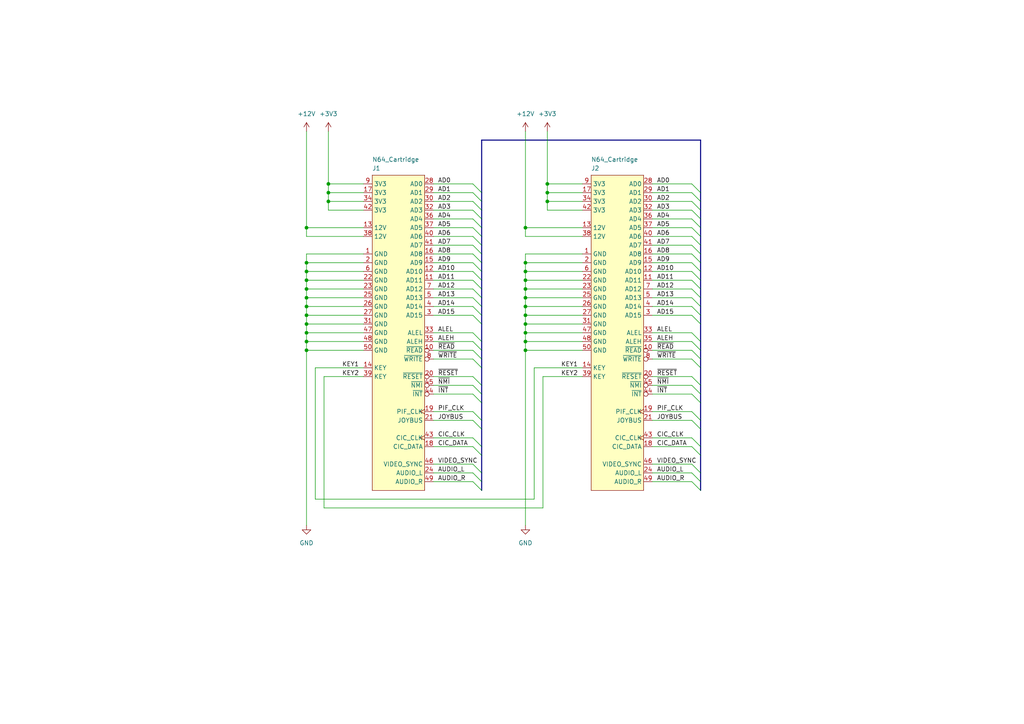
<source format=kicad_sch>
(kicad_sch (version 20211123) (generator eeschema)

  (uuid fbe02022-ae08-4e91-ba2b-37d3f44d0bb6)

  (paper "A4")

  (title_block
    (title "N64 Cardridge junction board")
    (date "2022-01-02")
    (rev "1")
    (company "Polprzewodnikowy")
  )

  (lib_symbols
    (symbol "Polprzewodnikowy:N64_Cartridge" (in_bom yes) (on_board yes)
      (property "Reference" "J" (id 0) (at -7.62 62.23 0)
        (effects (font (size 1.27 1.27)) (justify left bottom))
      )
      (property "Value" "N64_Cartridge" (id 1) (at -7.62 64.77 0)
        (effects (font (size 1.27 1.27)) (justify left bottom))
      )
      (property "Footprint" "" (id 2) (at 0 26.67 0)
        (effects (font (size 1.27 1.27)) hide)
      )
      (property "Datasheet" "" (id 3) (at 0 26.67 0)
        (effects (font (size 1.27 1.27)) hide)
      )
      (symbol "N64_Cartridge_0_1"
        (rectangle (start -7.62 60.96) (end 7.62 -30.48)
          (stroke (width 0) (type default) (color 0 0 0 0))
          (fill (type background))
        )
      )
      (symbol "N64_Cartridge_1_1"
        (pin power_out line (at -10.16 38.1 0) (length 2.54)
          (name "GND" (effects (font (size 1.27 1.27))))
          (number "1" (effects (font (size 1.27 1.27))))
        )
        (pin output inverted (at 10.16 10.16 180) (length 2.54)
          (name "~{READ}" (effects (font (size 1.27 1.27))))
          (number "10" (effects (font (size 1.27 1.27))))
        )
        (pin bidirectional line (at 10.16 30.48 180) (length 2.54)
          (name "AD11" (effects (font (size 1.27 1.27))))
          (number "11" (effects (font (size 1.27 1.27))))
        )
        (pin bidirectional line (at 10.16 33.02 180) (length 2.54)
          (name "AD10" (effects (font (size 1.27 1.27))))
          (number "12" (effects (font (size 1.27 1.27))))
        )
        (pin power_out line (at -10.16 45.72 0) (length 2.54)
          (name "12V" (effects (font (size 1.27 1.27))))
          (number "13" (effects (font (size 1.27 1.27))))
        )
        (pin bidirectional line (at -10.16 5.08 0) (length 2.54)
          (name "KEY" (effects (font (size 1.27 1.27))))
          (number "14" (effects (font (size 1.27 1.27))))
        )
        (pin bidirectional line (at 10.16 35.56 180) (length 2.54)
          (name "AD9" (effects (font (size 1.27 1.27))))
          (number "15" (effects (font (size 1.27 1.27))))
        )
        (pin bidirectional line (at 10.16 38.1 180) (length 2.54)
          (name "AD8" (effects (font (size 1.27 1.27))))
          (number "16" (effects (font (size 1.27 1.27))))
        )
        (pin power_out line (at -10.16 55.88 0) (length 2.54)
          (name "3V3" (effects (font (size 1.27 1.27))))
          (number "17" (effects (font (size 1.27 1.27))))
        )
        (pin bidirectional line (at 10.16 -17.78 180) (length 2.54)
          (name "CIC_DATA" (effects (font (size 1.27 1.27))))
          (number "18" (effects (font (size 1.27 1.27))))
        )
        (pin output clock (at 10.16 -7.62 180) (length 2.54)
          (name "PIF_CLK" (effects (font (size 1.27 1.27))))
          (number "19" (effects (font (size 1.27 1.27))))
        )
        (pin power_out line (at -10.16 35.56 0) (length 2.54)
          (name "GND" (effects (font (size 1.27 1.27))))
          (number "2" (effects (font (size 1.27 1.27))))
        )
        (pin output inverted (at 10.16 2.54 180) (length 2.54)
          (name "~{RESET}" (effects (font (size 1.27 1.27))))
          (number "20" (effects (font (size 1.27 1.27))))
        )
        (pin bidirectional line (at 10.16 -10.16 180) (length 2.54)
          (name "JOYBUS" (effects (font (size 1.27 1.27))))
          (number "21" (effects (font (size 1.27 1.27))))
        )
        (pin power_out line (at -10.16 30.48 0) (length 2.54)
          (name "GND" (effects (font (size 1.27 1.27))))
          (number "22" (effects (font (size 1.27 1.27))))
        )
        (pin power_out line (at -10.16 27.94 0) (length 2.54)
          (name "GND" (effects (font (size 1.27 1.27))))
          (number "23" (effects (font (size 1.27 1.27))))
        )
        (pin input line (at 10.16 -25.4 180) (length 2.54)
          (name "AUDIO_L" (effects (font (size 1.27 1.27))))
          (number "24" (effects (font (size 1.27 1.27))))
        )
        (pin power_out line (at -10.16 25.4 0) (length 2.54)
          (name "GND" (effects (font (size 1.27 1.27))))
          (number "25" (effects (font (size 1.27 1.27))))
        )
        (pin power_out line (at -10.16 22.86 0) (length 2.54)
          (name "GND" (effects (font (size 1.27 1.27))))
          (number "26" (effects (font (size 1.27 1.27))))
        )
        (pin power_out line (at -10.16 20.32 0) (length 2.54)
          (name "GND" (effects (font (size 1.27 1.27))))
          (number "27" (effects (font (size 1.27 1.27))))
        )
        (pin bidirectional line (at 10.16 58.42 180) (length 2.54)
          (name "AD0" (effects (font (size 1.27 1.27))))
          (number "28" (effects (font (size 1.27 1.27))))
        )
        (pin bidirectional line (at 10.16 55.88 180) (length 2.54)
          (name "AD1" (effects (font (size 1.27 1.27))))
          (number "29" (effects (font (size 1.27 1.27))))
        )
        (pin bidirectional line (at 10.16 20.32 180) (length 2.54)
          (name "AD15" (effects (font (size 1.27 1.27))))
          (number "3" (effects (font (size 1.27 1.27))))
        )
        (pin bidirectional line (at 10.16 53.34 180) (length 2.54)
          (name "AD2" (effects (font (size 1.27 1.27))))
          (number "30" (effects (font (size 1.27 1.27))))
        )
        (pin power_out line (at -10.16 17.78 0) (length 2.54)
          (name "GND" (effects (font (size 1.27 1.27))))
          (number "31" (effects (font (size 1.27 1.27))))
        )
        (pin bidirectional line (at 10.16 50.8 180) (length 2.54)
          (name "AD3" (effects (font (size 1.27 1.27))))
          (number "32" (effects (font (size 1.27 1.27))))
        )
        (pin output line (at 10.16 15.24 180) (length 2.54)
          (name "ALEL" (effects (font (size 1.27 1.27))))
          (number "33" (effects (font (size 1.27 1.27))))
        )
        (pin power_out line (at -10.16 53.34 0) (length 2.54)
          (name "3V3" (effects (font (size 1.27 1.27))))
          (number "34" (effects (font (size 1.27 1.27))))
        )
        (pin output line (at 10.16 12.7 180) (length 2.54)
          (name "ALEH" (effects (font (size 1.27 1.27))))
          (number "35" (effects (font (size 1.27 1.27))))
        )
        (pin bidirectional line (at 10.16 48.26 180) (length 2.54)
          (name "AD4" (effects (font (size 1.27 1.27))))
          (number "36" (effects (font (size 1.27 1.27))))
        )
        (pin bidirectional line (at 10.16 45.72 180) (length 2.54)
          (name "AD5" (effects (font (size 1.27 1.27))))
          (number "37" (effects (font (size 1.27 1.27))))
        )
        (pin power_out line (at -10.16 43.18 0) (length 2.54)
          (name "12V" (effects (font (size 1.27 1.27))))
          (number "38" (effects (font (size 1.27 1.27))))
        )
        (pin bidirectional line (at -10.16 2.54 0) (length 2.54)
          (name "KEY" (effects (font (size 1.27 1.27))))
          (number "39" (effects (font (size 1.27 1.27))))
        )
        (pin bidirectional line (at 10.16 22.86 180) (length 2.54)
          (name "AD14" (effects (font (size 1.27 1.27))))
          (number "4" (effects (font (size 1.27 1.27))))
        )
        (pin bidirectional line (at 10.16 43.18 180) (length 2.54)
          (name "AD6" (effects (font (size 1.27 1.27))))
          (number "40" (effects (font (size 1.27 1.27))))
        )
        (pin bidirectional line (at 10.16 40.64 180) (length 2.54)
          (name "AD7" (effects (font (size 1.27 1.27))))
          (number "41" (effects (font (size 1.27 1.27))))
        )
        (pin power_out line (at -10.16 50.8 0) (length 2.54)
          (name "3V3" (effects (font (size 1.27 1.27))))
          (number "42" (effects (font (size 1.27 1.27))))
        )
        (pin output clock (at 10.16 -15.24 180) (length 2.54)
          (name "CIC_CLK" (effects (font (size 1.27 1.27))))
          (number "43" (effects (font (size 1.27 1.27))))
        )
        (pin output inverted (at 10.16 -2.54 180) (length 2.54)
          (name "~{INT}" (effects (font (size 1.27 1.27))))
          (number "44" (effects (font (size 1.27 1.27))))
        )
        (pin output inverted (at 10.16 0 180) (length 2.54)
          (name "~{NMI}" (effects (font (size 1.27 1.27))))
          (number "45" (effects (font (size 1.27 1.27))))
        )
        (pin output line (at 10.16 -22.86 180) (length 2.54)
          (name "VIDEO_SYNC" (effects (font (size 1.27 1.27))))
          (number "46" (effects (font (size 1.27 1.27))))
        )
        (pin power_out line (at -10.16 15.24 0) (length 2.54)
          (name "GND" (effects (font (size 1.27 1.27))))
          (number "47" (effects (font (size 1.27 1.27))))
        )
        (pin power_out line (at -10.16 12.7 0) (length 2.54)
          (name "GND" (effects (font (size 1.27 1.27))))
          (number "48" (effects (font (size 1.27 1.27))))
        )
        (pin input line (at 10.16 -27.94 180) (length 2.54)
          (name "AUDIO_R" (effects (font (size 1.27 1.27))))
          (number "49" (effects (font (size 1.27 1.27))))
        )
        (pin bidirectional line (at 10.16 25.4 180) (length 2.54)
          (name "AD13" (effects (font (size 1.27 1.27))))
          (number "5" (effects (font (size 1.27 1.27))))
        )
        (pin power_out line (at -10.16 10.16 0) (length 2.54)
          (name "GND" (effects (font (size 1.27 1.27))))
          (number "50" (effects (font (size 1.27 1.27))))
        )
        (pin power_out line (at -10.16 33.02 0) (length 2.54)
          (name "GND" (effects (font (size 1.27 1.27))))
          (number "6" (effects (font (size 1.27 1.27))))
        )
        (pin bidirectional line (at 10.16 27.94 180) (length 2.54)
          (name "AD12" (effects (font (size 1.27 1.27))))
          (number "7" (effects (font (size 1.27 1.27))))
        )
        (pin output inverted (at 10.16 7.62 180) (length 2.54)
          (name "~{WRITE}" (effects (font (size 1.27 1.27))))
          (number "8" (effects (font (size 1.27 1.27))))
        )
        (pin power_out line (at -10.16 58.42 0) (length 2.54)
          (name "3V3" (effects (font (size 1.27 1.27))))
          (number "9" (effects (font (size 1.27 1.27))))
        )
      )
    )
    (symbol "power:+12V" (power) (pin_names (offset 0)) (in_bom yes) (on_board yes)
      (property "Reference" "#PWR" (id 0) (at 0 -3.81 0)
        (effects (font (size 1.27 1.27)) hide)
      )
      (property "Value" "+12V" (id 1) (at 0 3.556 0)
        (effects (font (size 1.27 1.27)))
      )
      (property "Footprint" "" (id 2) (at 0 0 0)
        (effects (font (size 1.27 1.27)) hide)
      )
      (property "Datasheet" "" (id 3) (at 0 0 0)
        (effects (font (size 1.27 1.27)) hide)
      )
      (property "ki_keywords" "power-flag" (id 4) (at 0 0 0)
        (effects (font (size 1.27 1.27)) hide)
      )
      (property "ki_description" "Power symbol creates a global label with name \"+12V\"" (id 5) (at 0 0 0)
        (effects (font (size 1.27 1.27)) hide)
      )
      (symbol "+12V_0_1"
        (polyline
          (pts
            (xy -0.762 1.27)
            (xy 0 2.54)
          )
          (stroke (width 0) (type default) (color 0 0 0 0))
          (fill (type none))
        )
        (polyline
          (pts
            (xy 0 0)
            (xy 0 2.54)
          )
          (stroke (width 0) (type default) (color 0 0 0 0))
          (fill (type none))
        )
        (polyline
          (pts
            (xy 0 2.54)
            (xy 0.762 1.27)
          )
          (stroke (width 0) (type default) (color 0 0 0 0))
          (fill (type none))
        )
      )
      (symbol "+12V_1_1"
        (pin power_in line (at 0 0 90) (length 0) hide
          (name "+12V" (effects (font (size 1.27 1.27))))
          (number "1" (effects (font (size 1.27 1.27))))
        )
      )
    )
    (symbol "power:+3V3" (power) (pin_names (offset 0)) (in_bom yes) (on_board yes)
      (property "Reference" "#PWR" (id 0) (at 0 -3.81 0)
        (effects (font (size 1.27 1.27)) hide)
      )
      (property "Value" "+3V3" (id 1) (at 0 3.556 0)
        (effects (font (size 1.27 1.27)))
      )
      (property "Footprint" "" (id 2) (at 0 0 0)
        (effects (font (size 1.27 1.27)) hide)
      )
      (property "Datasheet" "" (id 3) (at 0 0 0)
        (effects (font (size 1.27 1.27)) hide)
      )
      (property "ki_keywords" "power-flag" (id 4) (at 0 0 0)
        (effects (font (size 1.27 1.27)) hide)
      )
      (property "ki_description" "Power symbol creates a global label with name \"+3V3\"" (id 5) (at 0 0 0)
        (effects (font (size 1.27 1.27)) hide)
      )
      (symbol "+3V3_0_1"
        (polyline
          (pts
            (xy -0.762 1.27)
            (xy 0 2.54)
          )
          (stroke (width 0) (type default) (color 0 0 0 0))
          (fill (type none))
        )
        (polyline
          (pts
            (xy 0 0)
            (xy 0 2.54)
          )
          (stroke (width 0) (type default) (color 0 0 0 0))
          (fill (type none))
        )
        (polyline
          (pts
            (xy 0 2.54)
            (xy 0.762 1.27)
          )
          (stroke (width 0) (type default) (color 0 0 0 0))
          (fill (type none))
        )
      )
      (symbol "+3V3_1_1"
        (pin power_in line (at 0 0 90) (length 0) hide
          (name "+3V3" (effects (font (size 1.27 1.27))))
          (number "1" (effects (font (size 1.27 1.27))))
        )
      )
    )
    (symbol "power:GND" (power) (pin_names (offset 0)) (in_bom yes) (on_board yes)
      (property "Reference" "#PWR" (id 0) (at 0 -6.35 0)
        (effects (font (size 1.27 1.27)) hide)
      )
      (property "Value" "GND" (id 1) (at 0 -3.81 0)
        (effects (font (size 1.27 1.27)))
      )
      (property "Footprint" "" (id 2) (at 0 0 0)
        (effects (font (size 1.27 1.27)) hide)
      )
      (property "Datasheet" "" (id 3) (at 0 0 0)
        (effects (font (size 1.27 1.27)) hide)
      )
      (property "ki_keywords" "power-flag" (id 4) (at 0 0 0)
        (effects (font (size 1.27 1.27)) hide)
      )
      (property "ki_description" "Power symbol creates a global label with name \"GND\" , ground" (id 5) (at 0 0 0)
        (effects (font (size 1.27 1.27)) hide)
      )
      (symbol "GND_0_1"
        (polyline
          (pts
            (xy 0 0)
            (xy 0 -1.27)
            (xy 1.27 -1.27)
            (xy 0 -2.54)
            (xy -1.27 -1.27)
            (xy 0 -1.27)
          )
          (stroke (width 0) (type default) (color 0 0 0 0))
          (fill (type none))
        )
      )
      (symbol "GND_1_1"
        (pin power_in line (at 0 0 270) (length 0) hide
          (name "GND" (effects (font (size 1.27 1.27))))
          (number "1" (effects (font (size 1.27 1.27))))
        )
      )
    )
  )

  (junction (at 152.4 86.36) (diameter 0) (color 0 0 0 0)
    (uuid 1cf1c37e-a9bf-49fb-9244-7505ba6b6186)
  )
  (junction (at 158.75 53.34) (diameter 0) (color 0 0 0 0)
    (uuid 1d461060-c6bf-4cea-bda4-0a224b3622b0)
  )
  (junction (at 152.4 83.82) (diameter 0) (color 0 0 0 0)
    (uuid 2a73ef48-8982-4f28-a000-7c4d9d460ff8)
  )
  (junction (at 88.9 66.04) (diameter 0) (color 0 0 0 0)
    (uuid 2ff0437d-13a5-4fd2-a3a9-c55f35b3924c)
  )
  (junction (at 95.25 55.88) (diameter 0) (color 0 0 0 0)
    (uuid 30b961af-7267-498e-8e93-0373270f8170)
  )
  (junction (at 152.4 88.9) (diameter 0) (color 0 0 0 0)
    (uuid 31b4e2d7-9cd9-44df-a7b0-03441d65e17a)
  )
  (junction (at 88.9 96.52) (diameter 0) (color 0 0 0 0)
    (uuid 48f189ef-b7c0-4998-8cf7-e3385fd2361a)
  )
  (junction (at 152.4 76.2) (diameter 0) (color 0 0 0 0)
    (uuid 4bdb13f1-4a97-4dd1-98b0-b8d9fe2cfbb2)
  )
  (junction (at 152.4 78.74) (diameter 0) (color 0 0 0 0)
    (uuid 5003e445-0465-4a64-b527-8b1ba4e0acd6)
  )
  (junction (at 88.9 78.74) (diameter 0) (color 0 0 0 0)
    (uuid 53ff84ae-5eff-4aa6-8275-1260a531e626)
  )
  (junction (at 88.9 91.44) (diameter 0) (color 0 0 0 0)
    (uuid 6a2b6d42-be9a-43fb-9b95-552864407338)
  )
  (junction (at 95.25 58.42) (diameter 0) (color 0 0 0 0)
    (uuid 7162051f-f0af-4c38-8693-a63ec5758a53)
  )
  (junction (at 152.4 101.6) (diameter 0) (color 0 0 0 0)
    (uuid 728b9338-b0aa-4199-831a-7b7a55585160)
  )
  (junction (at 152.4 93.98) (diameter 0) (color 0 0 0 0)
    (uuid 8ef9683b-12d9-4d48-8d2a-2fc7fd0247a1)
  )
  (junction (at 88.9 76.2) (diameter 0) (color 0 0 0 0)
    (uuid 900cbb4b-271f-4466-80f0-ca612e643816)
  )
  (junction (at 88.9 86.36) (diameter 0) (color 0 0 0 0)
    (uuid 93e61d38-dbcc-4057-8c92-2f9163b30078)
  )
  (junction (at 152.4 96.52) (diameter 0) (color 0 0 0 0)
    (uuid 95bdd5c0-403a-4717-a7d9-6b7ab904d54f)
  )
  (junction (at 88.9 83.82) (diameter 0) (color 0 0 0 0)
    (uuid 95e7ddf6-fa89-49bc-afd8-c3d494110560)
  )
  (junction (at 152.4 66.04) (diameter 0) (color 0 0 0 0)
    (uuid aaf16ed3-20cd-496b-a1e3-660f71e2e615)
  )
  (junction (at 158.75 55.88) (diameter 0) (color 0 0 0 0)
    (uuid aed8ecfd-2291-435e-a425-48dcb8743828)
  )
  (junction (at 152.4 99.06) (diameter 0) (color 0 0 0 0)
    (uuid b3df28f6-b888-4ca3-bfc7-2b72b823df30)
  )
  (junction (at 88.9 101.6) (diameter 0) (color 0 0 0 0)
    (uuid bc2d9b33-99b2-4ed4-9ee6-9c57c574d16f)
  )
  (junction (at 88.9 81.28) (diameter 0) (color 0 0 0 0)
    (uuid bef89773-b89a-4bf6-a6a4-a4a91fcccf7a)
  )
  (junction (at 88.9 93.98) (diameter 0) (color 0 0 0 0)
    (uuid bf9400da-1734-4a69-ac3a-7203584c6ca9)
  )
  (junction (at 152.4 91.44) (diameter 0) (color 0 0 0 0)
    (uuid c3f6c6ce-10e5-4a37-9d88-9f5175365300)
  )
  (junction (at 95.25 53.34) (diameter 0) (color 0 0 0 0)
    (uuid d85123d7-6273-41cd-8b68-d22ffac6b2df)
  )
  (junction (at 152.4 81.28) (diameter 0) (color 0 0 0 0)
    (uuid d9237d01-a812-4bd3-95e9-466bb7e7c505)
  )
  (junction (at 88.9 88.9) (diameter 0) (color 0 0 0 0)
    (uuid e07f22b7-6c73-4a48-b10e-7a0695d2a341)
  )
  (junction (at 88.9 99.06) (diameter 0) (color 0 0 0 0)
    (uuid ebb7d8c9-6baf-48a6-9ed3-946162ecb0c9)
  )
  (junction (at 158.75 58.42) (diameter 0) (color 0 0 0 0)
    (uuid f5ec42bc-99c0-4eac-9aa4-bab2d2e145e1)
  )

  (bus_entry (at 200.66 78.74) (size 2.54 2.54)
    (stroke (width 0) (type default) (color 0 0 0 0))
    (uuid 05fd140a-8054-4201-b950-ca15ee719970)
  )
  (bus_entry (at 200.66 83.82) (size 2.54 2.54)
    (stroke (width 0) (type default) (color 0 0 0 0))
    (uuid 05fd140a-8054-4201-b950-ca15ee719971)
  )
  (bus_entry (at 200.66 81.28) (size 2.54 2.54)
    (stroke (width 0) (type default) (color 0 0 0 0))
    (uuid 05fd140a-8054-4201-b950-ca15ee719972)
  )
  (bus_entry (at 200.66 76.2) (size 2.54 2.54)
    (stroke (width 0) (type default) (color 0 0 0 0))
    (uuid 05fd140a-8054-4201-b950-ca15ee719973)
  )
  (bus_entry (at 200.66 71.12) (size 2.54 2.54)
    (stroke (width 0) (type default) (color 0 0 0 0))
    (uuid 05fd140a-8054-4201-b950-ca15ee719974)
  )
  (bus_entry (at 200.66 73.66) (size 2.54 2.54)
    (stroke (width 0) (type default) (color 0 0 0 0))
    (uuid 05fd140a-8054-4201-b950-ca15ee719975)
  )
  (bus_entry (at 200.66 68.58) (size 2.54 2.54)
    (stroke (width 0) (type default) (color 0 0 0 0))
    (uuid 05fd140a-8054-4201-b950-ca15ee719976)
  )
  (bus_entry (at 200.66 104.14) (size 2.54 2.54)
    (stroke (width 0) (type default) (color 0 0 0 0))
    (uuid 05fd140a-8054-4201-b950-ca15ee719977)
  )
  (bus_entry (at 200.66 101.6) (size 2.54 2.54)
    (stroke (width 0) (type default) (color 0 0 0 0))
    (uuid 05fd140a-8054-4201-b950-ca15ee719978)
  )
  (bus_entry (at 200.66 86.36) (size 2.54 2.54)
    (stroke (width 0) (type default) (color 0 0 0 0))
    (uuid 05fd140a-8054-4201-b950-ca15ee719979)
  )
  (bus_entry (at 200.66 88.9) (size 2.54 2.54)
    (stroke (width 0) (type default) (color 0 0 0 0))
    (uuid 05fd140a-8054-4201-b950-ca15ee71997a)
  )
  (bus_entry (at 200.66 91.44) (size 2.54 2.54)
    (stroke (width 0) (type default) (color 0 0 0 0))
    (uuid 05fd140a-8054-4201-b950-ca15ee71997b)
  )
  (bus_entry (at 200.66 96.52) (size 2.54 2.54)
    (stroke (width 0) (type default) (color 0 0 0 0))
    (uuid 05fd140a-8054-4201-b950-ca15ee71997c)
  )
  (bus_entry (at 200.66 99.06) (size 2.54 2.54)
    (stroke (width 0) (type default) (color 0 0 0 0))
    (uuid 05fd140a-8054-4201-b950-ca15ee71997d)
  )
  (bus_entry (at 200.66 55.88) (size 2.54 2.54)
    (stroke (width 0) (type default) (color 0 0 0 0))
    (uuid 05fd140a-8054-4201-b950-ca15ee71997e)
  )
  (bus_entry (at 200.66 53.34) (size 2.54 2.54)
    (stroke (width 0) (type default) (color 0 0 0 0))
    (uuid 05fd140a-8054-4201-b950-ca15ee71997f)
  )
  (bus_entry (at 200.66 60.96) (size 2.54 2.54)
    (stroke (width 0) (type default) (color 0 0 0 0))
    (uuid 05fd140a-8054-4201-b950-ca15ee719980)
  )
  (bus_entry (at 200.66 58.42) (size 2.54 2.54)
    (stroke (width 0) (type default) (color 0 0 0 0))
    (uuid 05fd140a-8054-4201-b950-ca15ee719981)
  )
  (bus_entry (at 200.66 66.04) (size 2.54 2.54)
    (stroke (width 0) (type default) (color 0 0 0 0))
    (uuid 05fd140a-8054-4201-b950-ca15ee719982)
  )
  (bus_entry (at 200.66 63.5) (size 2.54 2.54)
    (stroke (width 0) (type default) (color 0 0 0 0))
    (uuid 05fd140a-8054-4201-b950-ca15ee719983)
  )
  (bus_entry (at 200.66 109.22) (size 2.54 2.54)
    (stroke (width 0) (type default) (color 0 0 0 0))
    (uuid 05fd140a-8054-4201-b950-ca15ee719984)
  )
  (bus_entry (at 200.66 111.76) (size 2.54 2.54)
    (stroke (width 0) (type default) (color 0 0 0 0))
    (uuid 05fd140a-8054-4201-b950-ca15ee719985)
  )
  (bus_entry (at 200.66 114.3) (size 2.54 2.54)
    (stroke (width 0) (type default) (color 0 0 0 0))
    (uuid 05fd140a-8054-4201-b950-ca15ee719986)
  )
  (bus_entry (at 137.16 53.34) (size 2.54 2.54)
    (stroke (width 0) (type default) (color 0 0 0 0))
    (uuid 389ea2ec-7d87-42fb-9b5a-93713b481f10)
  )
  (bus_entry (at 137.16 55.88) (size 2.54 2.54)
    (stroke (width 0) (type default) (color 0 0 0 0))
    (uuid 738b4563-870a-4e94-b79f-6a3e86d1a556)
  )
  (bus_entry (at 137.16 60.96) (size 2.54 2.54)
    (stroke (width 0) (type default) (color 0 0 0 0))
    (uuid 738b4563-870a-4e94-b79f-6a3e86d1a557)
  )
  (bus_entry (at 137.16 58.42) (size 2.54 2.54)
    (stroke (width 0) (type default) (color 0 0 0 0))
    (uuid 738b4563-870a-4e94-b79f-6a3e86d1a558)
  )
  (bus_entry (at 137.16 68.58) (size 2.54 2.54)
    (stroke (width 0) (type default) (color 0 0 0 0))
    (uuid 738b4563-870a-4e94-b79f-6a3e86d1a559)
  )
  (bus_entry (at 137.16 63.5) (size 2.54 2.54)
    (stroke (width 0) (type default) (color 0 0 0 0))
    (uuid 738b4563-870a-4e94-b79f-6a3e86d1a55a)
  )
  (bus_entry (at 137.16 66.04) (size 2.54 2.54)
    (stroke (width 0) (type default) (color 0 0 0 0))
    (uuid 738b4563-870a-4e94-b79f-6a3e86d1a55b)
  )
  (bus_entry (at 137.16 71.12) (size 2.54 2.54)
    (stroke (width 0) (type default) (color 0 0 0 0))
    (uuid 738b4563-870a-4e94-b79f-6a3e86d1a55c)
  )
  (bus_entry (at 137.16 73.66) (size 2.54 2.54)
    (stroke (width 0) (type default) (color 0 0 0 0))
    (uuid 738b4563-870a-4e94-b79f-6a3e86d1a55d)
  )
  (bus_entry (at 137.16 83.82) (size 2.54 2.54)
    (stroke (width 0) (type default) (color 0 0 0 0))
    (uuid 738b4563-870a-4e94-b79f-6a3e86d1a55e)
  )
  (bus_entry (at 137.16 81.28) (size 2.54 2.54)
    (stroke (width 0) (type default) (color 0 0 0 0))
    (uuid 738b4563-870a-4e94-b79f-6a3e86d1a55f)
  )
  (bus_entry (at 137.16 78.74) (size 2.54 2.54)
    (stroke (width 0) (type default) (color 0 0 0 0))
    (uuid 738b4563-870a-4e94-b79f-6a3e86d1a560)
  )
  (bus_entry (at 137.16 86.36) (size 2.54 2.54)
    (stroke (width 0) (type default) (color 0 0 0 0))
    (uuid 738b4563-870a-4e94-b79f-6a3e86d1a561)
  )
  (bus_entry (at 137.16 88.9) (size 2.54 2.54)
    (stroke (width 0) (type default) (color 0 0 0 0))
    (uuid 738b4563-870a-4e94-b79f-6a3e86d1a562)
  )
  (bus_entry (at 137.16 91.44) (size 2.54 2.54)
    (stroke (width 0) (type default) (color 0 0 0 0))
    (uuid 738b4563-870a-4e94-b79f-6a3e86d1a563)
  )
  (bus_entry (at 137.16 104.14) (size 2.54 2.54)
    (stroke (width 0) (type default) (color 0 0 0 0))
    (uuid 738b4563-870a-4e94-b79f-6a3e86d1a564)
  )
  (bus_entry (at 137.16 101.6) (size 2.54 2.54)
    (stroke (width 0) (type default) (color 0 0 0 0))
    (uuid 738b4563-870a-4e94-b79f-6a3e86d1a565)
  )
  (bus_entry (at 137.16 99.06) (size 2.54 2.54)
    (stroke (width 0) (type default) (color 0 0 0 0))
    (uuid 738b4563-870a-4e94-b79f-6a3e86d1a566)
  )
  (bus_entry (at 137.16 96.52) (size 2.54 2.54)
    (stroke (width 0) (type default) (color 0 0 0 0))
    (uuid 738b4563-870a-4e94-b79f-6a3e86d1a567)
  )
  (bus_entry (at 137.16 76.2) (size 2.54 2.54)
    (stroke (width 0) (type default) (color 0 0 0 0))
    (uuid 738b4563-870a-4e94-b79f-6a3e86d1a568)
  )
  (bus_entry (at 137.16 109.22) (size 2.54 2.54)
    (stroke (width 0) (type default) (color 0 0 0 0))
    (uuid 738b4563-870a-4e94-b79f-6a3e86d1a569)
  )
  (bus_entry (at 137.16 119.38) (size 2.54 2.54)
    (stroke (width 0) (type default) (color 0 0 0 0))
    (uuid 738b4563-870a-4e94-b79f-6a3e86d1a56a)
  )
  (bus_entry (at 137.16 121.92) (size 2.54 2.54)
    (stroke (width 0) (type default) (color 0 0 0 0))
    (uuid 738b4563-870a-4e94-b79f-6a3e86d1a56b)
  )
  (bus_entry (at 137.16 114.3) (size 2.54 2.54)
    (stroke (width 0) (type default) (color 0 0 0 0))
    (uuid 738b4563-870a-4e94-b79f-6a3e86d1a56c)
  )
  (bus_entry (at 137.16 111.76) (size 2.54 2.54)
    (stroke (width 0) (type default) (color 0 0 0 0))
    (uuid 738b4563-870a-4e94-b79f-6a3e86d1a56d)
  )
  (bus_entry (at 137.16 139.7) (size 2.54 2.54)
    (stroke (width 0) (type default) (color 0 0 0 0))
    (uuid 738b4563-870a-4e94-b79f-6a3e86d1a56e)
  )
  (bus_entry (at 137.16 134.62) (size 2.54 2.54)
    (stroke (width 0) (type default) (color 0 0 0 0))
    (uuid 738b4563-870a-4e94-b79f-6a3e86d1a56f)
  )
  (bus_entry (at 137.16 137.16) (size 2.54 2.54)
    (stroke (width 0) (type default) (color 0 0 0 0))
    (uuid 738b4563-870a-4e94-b79f-6a3e86d1a570)
  )
  (bus_entry (at 137.16 129.54) (size 2.54 2.54)
    (stroke (width 0) (type default) (color 0 0 0 0))
    (uuid 738b4563-870a-4e94-b79f-6a3e86d1a571)
  )
  (bus_entry (at 137.16 127) (size 2.54 2.54)
    (stroke (width 0) (type default) (color 0 0 0 0))
    (uuid 738b4563-870a-4e94-b79f-6a3e86d1a572)
  )
  (bus_entry (at 200.66 134.62) (size 2.54 2.54)
    (stroke (width 0) (type default) (color 0 0 0 0))
    (uuid e73e7f17-81cc-49ac-beea-a5d2c01a5751)
  )
  (bus_entry (at 200.66 137.16) (size 2.54 2.54)
    (stroke (width 0) (type default) (color 0 0 0 0))
    (uuid e73e7f17-81cc-49ac-beea-a5d2c01a5752)
  )
  (bus_entry (at 200.66 139.7) (size 2.54 2.54)
    (stroke (width 0) (type default) (color 0 0 0 0))
    (uuid e73e7f17-81cc-49ac-beea-a5d2c01a5753)
  )
  (bus_entry (at 200.66 129.54) (size 2.54 2.54)
    (stroke (width 0) (type default) (color 0 0 0 0))
    (uuid e73e7f17-81cc-49ac-beea-a5d2c01a5754)
  )
  (bus_entry (at 200.66 127) (size 2.54 2.54)
    (stroke (width 0) (type default) (color 0 0 0 0))
    (uuid e73e7f17-81cc-49ac-beea-a5d2c01a5755)
  )
  (bus_entry (at 200.66 121.92) (size 2.54 2.54)
    (stroke (width 0) (type default) (color 0 0 0 0))
    (uuid e73e7f17-81cc-49ac-beea-a5d2c01a5756)
  )
  (bus_entry (at 200.66 119.38) (size 2.54 2.54)
    (stroke (width 0) (type default) (color 0 0 0 0))
    (uuid e73e7f17-81cc-49ac-beea-a5d2c01a5757)
  )

  (bus (pts (xy 203.2 73.66) (xy 203.2 76.2))
    (stroke (width 0) (type default) (color 0 0 0 0))
    (uuid 00f0471a-520a-4b14-bb62-8d3302cd7c2d)
  )

  (wire (pts (xy 95.25 53.34) (xy 105.41 53.34))
    (stroke (width 0) (type default) (color 0 0 0 0))
    (uuid 01192dee-6c26-4748-8ab6-05eddaadfe5e)
  )
  (wire (pts (xy 125.73 68.58) (xy 137.16 68.58))
    (stroke (width 0) (type default) (color 0 0 0 0))
    (uuid 017c5343-43e7-4389-953f-c021d2310894)
  )
  (wire (pts (xy 152.4 78.74) (xy 152.4 76.2))
    (stroke (width 0) (type default) (color 0 0 0 0))
    (uuid 027a1e68-7e8f-49da-9154-c12705ee86d3)
  )
  (bus (pts (xy 203.2 68.58) (xy 203.2 71.12))
    (stroke (width 0) (type default) (color 0 0 0 0))
    (uuid 02f5d298-967c-4dc7-862b-6a87258be75d)
  )

  (wire (pts (xy 189.23 91.44) (xy 200.66 91.44))
    (stroke (width 0) (type default) (color 0 0 0 0))
    (uuid 040b7c83-8d35-42c6-b67a-ac9fc141c561)
  )
  (wire (pts (xy 189.23 139.7) (xy 200.66 139.7))
    (stroke (width 0) (type default) (color 0 0 0 0))
    (uuid 05a4b41e-9986-4c52-94c4-96d79e2f2bd9)
  )
  (wire (pts (xy 189.23 63.5) (xy 200.66 63.5))
    (stroke (width 0) (type default) (color 0 0 0 0))
    (uuid 05d3d52b-eee2-4d36-9822-2c3d71011c11)
  )
  (wire (pts (xy 189.23 81.28) (xy 200.66 81.28))
    (stroke (width 0) (type default) (color 0 0 0 0))
    (uuid 0688a38f-eec7-40ab-b9e9-292023271730)
  )
  (wire (pts (xy 158.75 58.42) (xy 168.91 58.42))
    (stroke (width 0) (type default) (color 0 0 0 0))
    (uuid 08afeb68-2a0e-484c-82dc-ffb4585c472b)
  )
  (wire (pts (xy 125.73 111.76) (xy 137.16 111.76))
    (stroke (width 0) (type default) (color 0 0 0 0))
    (uuid 0b0334c0-d58f-40a7-824b-335e18de34d7)
  )
  (wire (pts (xy 125.73 83.82) (xy 137.16 83.82))
    (stroke (width 0) (type default) (color 0 0 0 0))
    (uuid 0b575637-1d22-4396-abe0-2f60c14003b7)
  )
  (wire (pts (xy 88.9 91.44) (xy 88.9 88.9))
    (stroke (width 0) (type default) (color 0 0 0 0))
    (uuid 0b61261c-368c-4a11-89fe-6c8cfcfe7a9b)
  )
  (wire (pts (xy 189.23 99.06) (xy 200.66 99.06))
    (stroke (width 0) (type default) (color 0 0 0 0))
    (uuid 0c1df638-80a8-44fe-827d-e5700720e5cc)
  )
  (bus (pts (xy 203.2 111.76) (xy 203.2 114.3))
    (stroke (width 0) (type default) (color 0 0 0 0))
    (uuid 0ca5d889-695a-4866-81c0-bca8b11f3a09)
  )

  (wire (pts (xy 88.9 66.04) (xy 88.9 38.1))
    (stroke (width 0) (type default) (color 0 0 0 0))
    (uuid 0cd0cf7f-9476-4b03-9daa-d69d33c6c784)
  )
  (wire (pts (xy 189.23 134.62) (xy 200.66 134.62))
    (stroke (width 0) (type default) (color 0 0 0 0))
    (uuid 0d729c3c-d2a9-4714-9155-4d139157e8c6)
  )
  (bus (pts (xy 203.2 71.12) (xy 203.2 73.66))
    (stroke (width 0) (type default) (color 0 0 0 0))
    (uuid 0dbb56ee-2ae8-4d9d-b993-79c5c6d20631)
  )
  (bus (pts (xy 203.2 93.98) (xy 203.2 99.06))
    (stroke (width 0) (type default) (color 0 0 0 0))
    (uuid 0e13b69c-b6d7-44c4-8c69-4d1ded56daea)
  )

  (wire (pts (xy 88.9 99.06) (xy 105.41 99.06))
    (stroke (width 0) (type default) (color 0 0 0 0))
    (uuid 12eeef3b-d875-496f-a9a6-2ff30d3cee55)
  )
  (bus (pts (xy 203.2 101.6) (xy 203.2 104.14))
    (stroke (width 0) (type default) (color 0 0 0 0))
    (uuid 13a10e4d-5159-49f3-80f4-9111822c1a8b)
  )

  (wire (pts (xy 88.9 81.28) (xy 105.41 81.28))
    (stroke (width 0) (type default) (color 0 0 0 0))
    (uuid 15d7ec31-7542-4ae0-9711-ad088712ccd4)
  )
  (wire (pts (xy 105.41 68.58) (xy 88.9 68.58))
    (stroke (width 0) (type default) (color 0 0 0 0))
    (uuid 16ae3c81-1593-47c9-8e97-efb9d0a26680)
  )
  (bus (pts (xy 203.2 81.28) (xy 203.2 83.82))
    (stroke (width 0) (type default) (color 0 0 0 0))
    (uuid 172f89b0-b5fe-46ec-bbc8-85136ddc393f)
  )

  (wire (pts (xy 152.4 88.9) (xy 168.91 88.9))
    (stroke (width 0) (type default) (color 0 0 0 0))
    (uuid 182ecb56-023d-40d1-bce1-d14a7b1772f5)
  )
  (bus (pts (xy 203.2 106.68) (xy 203.2 111.76))
    (stroke (width 0) (type default) (color 0 0 0 0))
    (uuid 1c70625c-9e43-414b-bbfa-937cf1607652)
  )

  (wire (pts (xy 88.9 96.52) (xy 105.41 96.52))
    (stroke (width 0) (type default) (color 0 0 0 0))
    (uuid 1d07a099-ebaf-4405-a485-63c9894369e2)
  )
  (wire (pts (xy 88.9 78.74) (xy 105.41 78.74))
    (stroke (width 0) (type default) (color 0 0 0 0))
    (uuid 1e0fdc0d-2b55-4e45-930e-c9548f0366ef)
  )
  (bus (pts (xy 203.2 83.82) (xy 203.2 86.36))
    (stroke (width 0) (type default) (color 0 0 0 0))
    (uuid 1f71f83f-3d3a-428b-b49a-11f3bdec665e)
  )

  (wire (pts (xy 88.9 101.6) (xy 88.9 99.06))
    (stroke (width 0) (type default) (color 0 0 0 0))
    (uuid 20e062f4-78b9-459d-91a3-bc40c6028891)
  )
  (bus (pts (xy 139.7 63.5) (xy 139.7 60.96))
    (stroke (width 0) (type default) (color 0 0 0 0))
    (uuid 232e8c9b-0142-4292-bc07-a9011c8096b6)
  )

  (wire (pts (xy 154.94 106.68) (xy 168.91 106.68))
    (stroke (width 0) (type default) (color 0 0 0 0))
    (uuid 2554359c-da9b-4a9e-b8a9-377354e70771)
  )
  (wire (pts (xy 125.73 139.7) (xy 137.16 139.7))
    (stroke (width 0) (type default) (color 0 0 0 0))
    (uuid 27487a2d-96b8-40fd-97ab-9ccdbcbea00c)
  )
  (wire (pts (xy 125.73 58.42) (xy 137.16 58.42))
    (stroke (width 0) (type default) (color 0 0 0 0))
    (uuid 2cadc529-e40c-41d3-92a9-2162d7dc447a)
  )
  (wire (pts (xy 152.4 101.6) (xy 152.4 99.06))
    (stroke (width 0) (type default) (color 0 0 0 0))
    (uuid 2e375b26-bac6-4ebb-b1a3-b58f76bccc32)
  )
  (bus (pts (xy 203.2 76.2) (xy 203.2 78.74))
    (stroke (width 0) (type default) (color 0 0 0 0))
    (uuid 2f9327c0-9265-47c7-9326-2c8cec162946)
  )

  (wire (pts (xy 158.75 53.34) (xy 158.75 55.88))
    (stroke (width 0) (type default) (color 0 0 0 0))
    (uuid 306303a0-35b6-4a1a-a18b-d2ca758555e6)
  )
  (bus (pts (xy 139.7 91.44) (xy 139.7 88.9))
    (stroke (width 0) (type default) (color 0 0 0 0))
    (uuid 3214a12a-40a7-45d5-b8e7-1cab21b922ff)
  )

  (wire (pts (xy 157.48 147.32) (xy 157.48 109.22))
    (stroke (width 0) (type default) (color 0 0 0 0))
    (uuid 32b03a5b-6a76-4b2d-b417-a264ad3fe647)
  )
  (wire (pts (xy 152.4 83.82) (xy 152.4 81.28))
    (stroke (width 0) (type default) (color 0 0 0 0))
    (uuid 33b945c2-78c8-4ddd-96c6-983acb43dc77)
  )
  (wire (pts (xy 158.75 58.42) (xy 158.75 60.96))
    (stroke (width 0) (type default) (color 0 0 0 0))
    (uuid 3536ce3c-6f29-47d6-b07f-93d9ef8f31ae)
  )
  (wire (pts (xy 152.4 86.36) (xy 152.4 83.82))
    (stroke (width 0) (type default) (color 0 0 0 0))
    (uuid 36462bb8-3b81-4be5-be52-93abe49b5eb3)
  )
  (bus (pts (xy 203.2 86.36) (xy 203.2 88.9))
    (stroke (width 0) (type default) (color 0 0 0 0))
    (uuid 36a6b451-b825-4792-837f-fd0cbf2da7a9)
  )

  (wire (pts (xy 88.9 83.82) (xy 105.41 83.82))
    (stroke (width 0) (type default) (color 0 0 0 0))
    (uuid 38703337-e71f-4804-b3d0-964d24755bbc)
  )
  (bus (pts (xy 139.7 116.84) (xy 139.7 114.3))
    (stroke (width 0) (type default) (color 0 0 0 0))
    (uuid 38c56552-bf1f-41b3-9c58-7bd7c04b5078)
  )

  (wire (pts (xy 125.73 55.88) (xy 137.16 55.88))
    (stroke (width 0) (type default) (color 0 0 0 0))
    (uuid 3a7e86b1-bd23-4efb-9ee3-38eaf0203db1)
  )
  (bus (pts (xy 139.7 99.06) (xy 139.7 93.98))
    (stroke (width 0) (type default) (color 0 0 0 0))
    (uuid 3b20de2f-e29b-44e3-8065-b51fa386a379)
  )

  (wire (pts (xy 88.9 73.66) (xy 105.41 73.66))
    (stroke (width 0) (type default) (color 0 0 0 0))
    (uuid 3b4ff739-1eb9-43f2-8a3e-bc5fe1ee22ed)
  )
  (wire (pts (xy 95.25 60.96) (xy 105.41 60.96))
    (stroke (width 0) (type default) (color 0 0 0 0))
    (uuid 3d889ae9-a89c-4359-b4ce-d749d228124c)
  )
  (bus (pts (xy 203.2 121.92) (xy 203.2 124.46))
    (stroke (width 0) (type default) (color 0 0 0 0))
    (uuid 3da7b9aa-03df-47c9-95c8-4e9ff994ce77)
  )

  (wire (pts (xy 152.4 93.98) (xy 168.91 93.98))
    (stroke (width 0) (type default) (color 0 0 0 0))
    (uuid 3dd1c8f0-fa47-45c4-b6da-9a1d2542108d)
  )
  (wire (pts (xy 168.91 66.04) (xy 152.4 66.04))
    (stroke (width 0) (type default) (color 0 0 0 0))
    (uuid 3ec7e1c6-c512-4915-97b4-a16ba3e95904)
  )
  (bus (pts (xy 139.7 88.9) (xy 139.7 86.36))
    (stroke (width 0) (type default) (color 0 0 0 0))
    (uuid 3f7579f1-03cd-488d-861e-1ecd6f6c6889)
  )

  (wire (pts (xy 152.4 91.44) (xy 168.91 91.44))
    (stroke (width 0) (type default) (color 0 0 0 0))
    (uuid 42f3f274-92b6-4722-96f2-06ebe96b181d)
  )
  (wire (pts (xy 125.73 81.28) (xy 137.16 81.28))
    (stroke (width 0) (type default) (color 0 0 0 0))
    (uuid 438b6a2a-06c1-42c9-8063-c22144ffe8b9)
  )
  (bus (pts (xy 203.2 99.06) (xy 203.2 101.6))
    (stroke (width 0) (type default) (color 0 0 0 0))
    (uuid 447a64f0-bbf3-4f9d-9752-2f5abf21c24a)
  )

  (wire (pts (xy 125.73 119.38) (xy 137.16 119.38))
    (stroke (width 0) (type default) (color 0 0 0 0))
    (uuid 457f17ae-4036-42b5-8dc4-6f82830f9f1f)
  )
  (bus (pts (xy 203.2 114.3) (xy 203.2 116.84))
    (stroke (width 0) (type default) (color 0 0 0 0))
    (uuid 48150a2e-d22f-4942-8479-bac18e0ff7a0)
  )

  (wire (pts (xy 189.23 73.66) (xy 200.66 73.66))
    (stroke (width 0) (type default) (color 0 0 0 0))
    (uuid 48d08477-1b2e-4de1-a05d-28ba25a84ee6)
  )
  (wire (pts (xy 125.73 114.3) (xy 137.16 114.3))
    (stroke (width 0) (type default) (color 0 0 0 0))
    (uuid 4921b149-eec7-47b9-8d1a-99981986b15b)
  )
  (wire (pts (xy 152.4 93.98) (xy 152.4 91.44))
    (stroke (width 0) (type default) (color 0 0 0 0))
    (uuid 49463f6a-d0da-486b-97ac-76ebdc5bc7b7)
  )
  (bus (pts (xy 203.2 40.64) (xy 203.2 55.88))
    (stroke (width 0) (type default) (color 0 0 0 0))
    (uuid 49534067-124c-4493-83b3-7bc4cced3819)
  )

  (wire (pts (xy 88.9 86.36) (xy 105.41 86.36))
    (stroke (width 0) (type default) (color 0 0 0 0))
    (uuid 4c089036-4a18-4753-9f28-9d04b9c69493)
  )
  (wire (pts (xy 152.4 73.66) (xy 168.91 73.66))
    (stroke (width 0) (type default) (color 0 0 0 0))
    (uuid 4d73f4b5-6639-4f36-9ae9-c80d923010c2)
  )
  (wire (pts (xy 152.4 86.36) (xy 168.91 86.36))
    (stroke (width 0) (type default) (color 0 0 0 0))
    (uuid 4e860a41-9f01-4f48-a3b4-8dcd77daef4b)
  )
  (bus (pts (xy 139.7 139.7) (xy 139.7 137.16))
    (stroke (width 0) (type default) (color 0 0 0 0))
    (uuid 5006f683-3921-497b-8cbe-d21e4891aeb2)
  )
  (bus (pts (xy 203.2 132.08) (xy 203.2 137.16))
    (stroke (width 0) (type default) (color 0 0 0 0))
    (uuid 52351c15-6337-4be9-859d-3d228bf6e366)
  )
  (bus (pts (xy 139.7 60.96) (xy 139.7 58.42))
    (stroke (width 0) (type default) (color 0 0 0 0))
    (uuid 5590994a-b686-43c4-ade4-44b4aa5106f5)
  )

  (wire (pts (xy 88.9 91.44) (xy 105.41 91.44))
    (stroke (width 0) (type default) (color 0 0 0 0))
    (uuid 55adbe26-4f7e-426f-b32d-b62def74dff5)
  )
  (wire (pts (xy 152.4 152.4) (xy 152.4 101.6))
    (stroke (width 0) (type default) (color 0 0 0 0))
    (uuid 5847703b-f0cc-4b10-90fb-5f093bf9978b)
  )
  (wire (pts (xy 189.23 119.38) (xy 200.66 119.38))
    (stroke (width 0) (type default) (color 0 0 0 0))
    (uuid 5c1b9850-be67-46d4-80ab-0f32423420fa)
  )
  (wire (pts (xy 95.25 38.1) (xy 95.25 53.34))
    (stroke (width 0) (type default) (color 0 0 0 0))
    (uuid 5de970fd-13bc-45e0-a2e3-39424485605b)
  )
  (wire (pts (xy 88.9 81.28) (xy 88.9 78.74))
    (stroke (width 0) (type default) (color 0 0 0 0))
    (uuid 5e85039e-7fbb-4790-9d6f-20f978268c42)
  )
  (wire (pts (xy 152.4 96.52) (xy 152.4 93.98))
    (stroke (width 0) (type default) (color 0 0 0 0))
    (uuid 5ec6e014-b11c-488f-a824-73fe94a89ac6)
  )
  (wire (pts (xy 189.23 71.12) (xy 200.66 71.12))
    (stroke (width 0) (type default) (color 0 0 0 0))
    (uuid 5f86537d-1e7e-4661-b38e-0bddbc475dbc)
  )
  (wire (pts (xy 152.4 91.44) (xy 152.4 88.9))
    (stroke (width 0) (type default) (color 0 0 0 0))
    (uuid 61103f75-149e-4d91-93f7-90412b6b2894)
  )
  (wire (pts (xy 88.9 83.82) (xy 88.9 81.28))
    (stroke (width 0) (type default) (color 0 0 0 0))
    (uuid 652975d2-b026-4a71-9978-2e301aa808c6)
  )
  (wire (pts (xy 152.4 96.52) (xy 168.91 96.52))
    (stroke (width 0) (type default) (color 0 0 0 0))
    (uuid 6691924b-8930-44b4-bc66-2d40acf50149)
  )
  (wire (pts (xy 91.44 106.68) (xy 91.44 144.78))
    (stroke (width 0) (type default) (color 0 0 0 0))
    (uuid 68f70cd1-0f4c-474c-b884-be3446ca3ac4)
  )
  (wire (pts (xy 125.73 73.66) (xy 137.16 73.66))
    (stroke (width 0) (type default) (color 0 0 0 0))
    (uuid 6907641e-ea13-459a-9a6a-4d97b47fb67e)
  )
  (wire (pts (xy 91.44 144.78) (xy 154.94 144.78))
    (stroke (width 0) (type default) (color 0 0 0 0))
    (uuid 69143ea1-0780-4eb2-96f8-6da203bc7ba1)
  )
  (bus (pts (xy 203.2 137.16) (xy 203.2 139.7))
    (stroke (width 0) (type default) (color 0 0 0 0))
    (uuid 6a1c6a39-a320-48b7-bab4-cc1192b1ccdd)
  )

  (wire (pts (xy 105.41 66.04) (xy 88.9 66.04))
    (stroke (width 0) (type default) (color 0 0 0 0))
    (uuid 6aa8686f-0a48-48ad-9540-a40ce22ee251)
  )
  (wire (pts (xy 88.9 86.36) (xy 88.9 83.82))
    (stroke (width 0) (type default) (color 0 0 0 0))
    (uuid 6c2246de-dbcf-4a8d-b71f-29487e0184a3)
  )
  (wire (pts (xy 88.9 101.6) (xy 105.41 101.6))
    (stroke (width 0) (type default) (color 0 0 0 0))
    (uuid 6c908b9f-3049-42e6-a6f1-438d614bb674)
  )
  (wire (pts (xy 125.73 88.9) (xy 137.16 88.9))
    (stroke (width 0) (type default) (color 0 0 0 0))
    (uuid 6cce53e8-c966-4741-8159-ad8f6edbb6b3)
  )
  (bus (pts (xy 203.2 91.44) (xy 203.2 93.98))
    (stroke (width 0) (type default) (color 0 0 0 0))
    (uuid 6f34f1d8-2d93-489e-9a75-539b636a869f)
  )
  (bus (pts (xy 139.7 83.82) (xy 139.7 81.28))
    (stroke (width 0) (type default) (color 0 0 0 0))
    (uuid 7332a5a7-6dad-477b-9ce8-e9506b6dbc22)
  )

  (wire (pts (xy 152.4 76.2) (xy 168.91 76.2))
    (stroke (width 0) (type default) (color 0 0 0 0))
    (uuid 758edb90-2c93-411f-b3f6-7c2bf090a371)
  )
  (wire (pts (xy 88.9 99.06) (xy 88.9 96.52))
    (stroke (width 0) (type default) (color 0 0 0 0))
    (uuid 75f3e970-1445-4f2c-9c72-f4f7dec2613a)
  )
  (wire (pts (xy 189.23 83.82) (xy 200.66 83.82))
    (stroke (width 0) (type default) (color 0 0 0 0))
    (uuid 76de4556-0235-46f6-b834-8df74cce0507)
  )
  (bus (pts (xy 139.7 55.88) (xy 139.7 40.64))
    (stroke (width 0) (type default) (color 0 0 0 0))
    (uuid 773b28f6-268d-45f2-be81-26c996bd8bb1)
  )

  (wire (pts (xy 158.75 38.1) (xy 158.75 53.34))
    (stroke (width 0) (type default) (color 0 0 0 0))
    (uuid 78cad8e7-b302-42d4-ab92-d139039725f3)
  )
  (bus (pts (xy 139.7 132.08) (xy 139.7 129.54))
    (stroke (width 0) (type default) (color 0 0 0 0))
    (uuid 7926f802-89e8-4b91-9de4-c24205b7dd33)
  )

  (wire (pts (xy 125.73 96.52) (xy 137.16 96.52))
    (stroke (width 0) (type default) (color 0 0 0 0))
    (uuid 7b993c1f-96a6-4dfc-9f3b-edf8961c1290)
  )
  (wire (pts (xy 125.73 99.06) (xy 137.16 99.06))
    (stroke (width 0) (type default) (color 0 0 0 0))
    (uuid 7cea2490-7eb7-46d4-a895-ad069aa5ab63)
  )
  (bus (pts (xy 139.7 139.7) (xy 139.7 142.24))
    (stroke (width 0) (type default) (color 0 0 0 0))
    (uuid 7cf4baea-763e-4b17-9792-5bbf9064dda2)
  )

  (wire (pts (xy 189.23 60.96) (xy 200.66 60.96))
    (stroke (width 0) (type default) (color 0 0 0 0))
    (uuid 7ea00ae9-38c1-4721-b807-652ddc8d24db)
  )
  (wire (pts (xy 189.23 104.14) (xy 200.66 104.14))
    (stroke (width 0) (type default) (color 0 0 0 0))
    (uuid 7ef8539c-0249-4ef9-b0b5-a6b02980514b)
  )
  (wire (pts (xy 152.4 99.06) (xy 168.91 99.06))
    (stroke (width 0) (type default) (color 0 0 0 0))
    (uuid 7ffa9b2d-4c28-407b-a966-6104b9601493)
  )
  (bus (pts (xy 139.7 71.12) (xy 139.7 68.58))
    (stroke (width 0) (type default) (color 0 0 0 0))
    (uuid 80a9b144-2b14-4b47-9963-4a911dd59dee)
  )

  (wire (pts (xy 95.25 58.42) (xy 95.25 60.96))
    (stroke (width 0) (type default) (color 0 0 0 0))
    (uuid 80e62b15-3687-4d72-83e8-f85f0be7ff87)
  )
  (wire (pts (xy 189.23 137.16) (xy 200.66 137.16))
    (stroke (width 0) (type default) (color 0 0 0 0))
    (uuid 8470ef48-d2d7-4a62-9665-6ea341c0a2d0)
  )
  (wire (pts (xy 189.23 66.04) (xy 200.66 66.04))
    (stroke (width 0) (type default) (color 0 0 0 0))
    (uuid 84ea7e38-a152-4231-bec1-646b5337eea0)
  )
  (bus (pts (xy 139.7 137.16) (xy 139.7 132.08))
    (stroke (width 0) (type default) (color 0 0 0 0))
    (uuid 8641f991-9d56-4053-b733-6aa5eb687e23)
  )

  (wire (pts (xy 125.73 134.62) (xy 137.16 134.62))
    (stroke (width 0) (type default) (color 0 0 0 0))
    (uuid 874af674-a44f-4e9a-a92b-f523b3c9191b)
  )
  (wire (pts (xy 152.4 76.2) (xy 152.4 73.66))
    (stroke (width 0) (type default) (color 0 0 0 0))
    (uuid 887678da-7462-4c1e-b931-14646af6d10d)
  )
  (wire (pts (xy 105.41 109.22) (xy 93.98 109.22))
    (stroke (width 0) (type default) (color 0 0 0 0))
    (uuid 8a44b654-48c8-4adb-aa3e-2b58e9bc1639)
  )
  (wire (pts (xy 189.23 58.42) (xy 200.66 58.42))
    (stroke (width 0) (type default) (color 0 0 0 0))
    (uuid 8cd5b0e8-3985-4c00-8193-56c44d196af8)
  )
  (bus (pts (xy 139.7 86.36) (xy 139.7 83.82))
    (stroke (width 0) (type default) (color 0 0 0 0))
    (uuid 8e47526a-3d2a-4ae2-872b-9ba188caadde)
  )

  (wire (pts (xy 125.73 101.6) (xy 137.16 101.6))
    (stroke (width 0) (type default) (color 0 0 0 0))
    (uuid 8e56a088-d8b3-4875-96bc-841b3e8761c3)
  )
  (bus (pts (xy 203.2 78.74) (xy 203.2 81.28))
    (stroke (width 0) (type default) (color 0 0 0 0))
    (uuid 8e71bd17-3457-42b7-8177-68b3e805894c)
  )

  (wire (pts (xy 152.4 99.06) (xy 152.4 96.52))
    (stroke (width 0) (type default) (color 0 0 0 0))
    (uuid 8e8dfcfe-cabe-4572-aa3c-e5e1fc65cd22)
  )
  (bus (pts (xy 139.7 58.42) (xy 139.7 55.88))
    (stroke (width 0) (type default) (color 0 0 0 0))
    (uuid 906f822a-43a9-4ca4-86bd-0ea0c1e31928)
  )

  (wire (pts (xy 88.9 88.9) (xy 105.41 88.9))
    (stroke (width 0) (type default) (color 0 0 0 0))
    (uuid 912864ed-7f25-4402-ad88-99685a07c9a7)
  )
  (wire (pts (xy 189.23 111.76) (xy 200.66 111.76))
    (stroke (width 0) (type default) (color 0 0 0 0))
    (uuid 91e8de78-2967-4eb4-b068-ee3b4068b5cc)
  )
  (wire (pts (xy 105.41 106.68) (xy 91.44 106.68))
    (stroke (width 0) (type default) (color 0 0 0 0))
    (uuid 922aa375-4480-4859-a154-3b2504bf4c29)
  )
  (bus (pts (xy 203.2 88.9) (xy 203.2 91.44))
    (stroke (width 0) (type default) (color 0 0 0 0))
    (uuid 948a1137-20c7-4f71-b7a1-d86649f3ad08)
  )

  (wire (pts (xy 88.9 76.2) (xy 105.41 76.2))
    (stroke (width 0) (type default) (color 0 0 0 0))
    (uuid 9508b92f-3311-40a3-b051-9bb4ca07bc8a)
  )
  (wire (pts (xy 189.23 88.9) (xy 200.66 88.9))
    (stroke (width 0) (type default) (color 0 0 0 0))
    (uuid 981cffaf-8744-495c-86c6-c363d215a4b7)
  )
  (wire (pts (xy 93.98 147.32) (xy 157.48 147.32))
    (stroke (width 0) (type default) (color 0 0 0 0))
    (uuid 98b03815-53be-49b2-adc3-92fe1306716e)
  )
  (wire (pts (xy 125.73 53.34) (xy 137.16 53.34))
    (stroke (width 0) (type default) (color 0 0 0 0))
    (uuid 99744b65-5fb4-4f2b-bfc2-e0b2cf9278ce)
  )
  (wire (pts (xy 189.23 76.2) (xy 200.66 76.2))
    (stroke (width 0) (type default) (color 0 0 0 0))
    (uuid 9b5b1c11-5680-4d2d-b273-140958c4f5ed)
  )
  (wire (pts (xy 152.4 81.28) (xy 168.91 81.28))
    (stroke (width 0) (type default) (color 0 0 0 0))
    (uuid 9d358042-57fc-4f38-a822-022d7f9e5e8f)
  )
  (bus (pts (xy 139.7 66.04) (xy 139.7 63.5))
    (stroke (width 0) (type default) (color 0 0 0 0))
    (uuid 9d571879-581c-4c90-9fa7-0ac49e9c8c65)
  )
  (bus (pts (xy 203.2 124.46) (xy 203.2 129.54))
    (stroke (width 0) (type default) (color 0 0 0 0))
    (uuid 9d9eab35-6ff8-4736-a613-14ac586c19af)
  )
  (bus (pts (xy 203.2 63.5) (xy 203.2 66.04))
    (stroke (width 0) (type default) (color 0 0 0 0))
    (uuid a1b509ea-f23d-492b-a6ea-d469a175a148)
  )

  (wire (pts (xy 88.9 152.4) (xy 88.9 101.6))
    (stroke (width 0) (type default) (color 0 0 0 0))
    (uuid a27d5e2e-9f7e-4f0c-a0de-c7ac66e3de51)
  )
  (wire (pts (xy 125.73 63.5) (xy 137.16 63.5))
    (stroke (width 0) (type default) (color 0 0 0 0))
    (uuid a33cfd35-5ebf-470c-90dd-115e92150a56)
  )
  (wire (pts (xy 158.75 55.88) (xy 168.91 55.88))
    (stroke (width 0) (type default) (color 0 0 0 0))
    (uuid a3df1e53-ed8b-4b17-bcfc-1cb234a2f329)
  )
  (wire (pts (xy 158.75 53.34) (xy 168.91 53.34))
    (stroke (width 0) (type default) (color 0 0 0 0))
    (uuid a45072d6-093f-44f3-bab6-fb8be4bb4f97)
  )
  (bus (pts (xy 139.7 111.76) (xy 139.7 106.68))
    (stroke (width 0) (type default) (color 0 0 0 0))
    (uuid a490dc0d-087a-4c0f-933e-d24e2189c652)
  )
  (bus (pts (xy 139.7 106.68) (xy 139.7 104.14))
    (stroke (width 0) (type default) (color 0 0 0 0))
    (uuid a4b9d7d5-e59f-44e0-87e4-0e747f0c1662)
  )

  (wire (pts (xy 189.23 68.58) (xy 200.66 68.58))
    (stroke (width 0) (type default) (color 0 0 0 0))
    (uuid a5ea160b-5bf8-4755-93ca-4b31d9722c04)
  )
  (bus (pts (xy 139.7 104.14) (xy 139.7 101.6))
    (stroke (width 0) (type default) (color 0 0 0 0))
    (uuid a7f371ac-05b8-4693-9e64-07740f5a8f1d)
  )
  (bus (pts (xy 139.7 78.74) (xy 139.7 76.2))
    (stroke (width 0) (type default) (color 0 0 0 0))
    (uuid ae053949-4a9d-40f6-a8ea-74001132a05c)
  )
  (bus (pts (xy 203.2 116.84) (xy 203.2 121.92))
    (stroke (width 0) (type default) (color 0 0 0 0))
    (uuid aed6f6af-483c-425e-a348-ead5c070dbf6)
  )

  (wire (pts (xy 189.23 55.88) (xy 200.66 55.88))
    (stroke (width 0) (type default) (color 0 0 0 0))
    (uuid aee1de85-3006-413b-8179-52a9b8c4d1c7)
  )
  (bus (pts (xy 139.7 121.92) (xy 139.7 116.84))
    (stroke (width 0) (type default) (color 0 0 0 0))
    (uuid af278512-8b60-4ec9-bee2-5308b91bf638)
  )

  (wire (pts (xy 152.4 68.58) (xy 152.4 66.04))
    (stroke (width 0) (type default) (color 0 0 0 0))
    (uuid b30ac117-b40c-43c3-ac62-0fd5681e0e78)
  )
  (wire (pts (xy 189.23 96.52) (xy 200.66 96.52))
    (stroke (width 0) (type default) (color 0 0 0 0))
    (uuid b3b7c2ce-0d6a-44ee-a0e6-7d575a0ac529)
  )
  (bus (pts (xy 139.7 40.64) (xy 203.2 40.64))
    (stroke (width 0) (type default) (color 0 0 0 0))
    (uuid b57252d1-3567-47cd-8f82-f563cf83eeda)
  )
  (bus (pts (xy 203.2 66.04) (xy 203.2 68.58))
    (stroke (width 0) (type default) (color 0 0 0 0))
    (uuid b646f522-9d12-41fb-920e-0b02bb07e5ca)
  )
  (bus (pts (xy 203.2 55.88) (xy 203.2 58.42))
    (stroke (width 0) (type default) (color 0 0 0 0))
    (uuid b701076b-c536-435e-8100-bc899949c9a6)
  )
  (bus (pts (xy 139.7 129.54) (xy 139.7 124.46))
    (stroke (width 0) (type default) (color 0 0 0 0))
    (uuid b8c00783-2c1d-4a2a-838a-29cc52028604)
  )

  (wire (pts (xy 125.73 91.44) (xy 137.16 91.44))
    (stroke (width 0) (type default) (color 0 0 0 0))
    (uuid badf4cfb-3f0f-432f-9cdb-44696660b7ef)
  )
  (bus (pts (xy 139.7 76.2) (xy 139.7 73.66))
    (stroke (width 0) (type default) (color 0 0 0 0))
    (uuid bb1821df-aea9-41b7-918f-7e026bb9930a)
  )

  (wire (pts (xy 189.23 127) (xy 200.66 127))
    (stroke (width 0) (type default) (color 0 0 0 0))
    (uuid bb2e85ea-839c-4e7a-84cc-6d7c4b9da8f5)
  )
  (wire (pts (xy 125.73 60.96) (xy 137.16 60.96))
    (stroke (width 0) (type default) (color 0 0 0 0))
    (uuid bb95d2bc-7c90-4d85-a6f3-c3a58f9a0130)
  )
  (bus (pts (xy 139.7 124.46) (xy 139.7 121.92))
    (stroke (width 0) (type default) (color 0 0 0 0))
    (uuid bc4ba449-c712-45c3-9cf7-73a6e83b2a73)
  )
  (bus (pts (xy 139.7 68.58) (xy 139.7 66.04))
    (stroke (width 0) (type default) (color 0 0 0 0))
    (uuid bfe9eb07-20fc-4f6c-ba7d-6f0b29e7cbd5)
  )

  (wire (pts (xy 125.73 104.14) (xy 137.16 104.14))
    (stroke (width 0) (type default) (color 0 0 0 0))
    (uuid c1090b6d-1c9a-45ae-a5a0-96e702bd7295)
  )
  (bus (pts (xy 139.7 73.66) (xy 139.7 71.12))
    (stroke (width 0) (type default) (color 0 0 0 0))
    (uuid c1a70531-fc15-459b-bd92-72e107403687)
  )

  (wire (pts (xy 125.73 137.16) (xy 137.16 137.16))
    (stroke (width 0) (type default) (color 0 0 0 0))
    (uuid c1e7da0f-f3f9-4bf7-a4e8-9b9bf64e4682)
  )
  (bus (pts (xy 203.2 58.42) (xy 203.2 60.96))
    (stroke (width 0) (type default) (color 0 0 0 0))
    (uuid c3f9fb06-189f-4881-b3ba-8b7b8a86964c)
  )

  (wire (pts (xy 88.9 93.98) (xy 88.9 91.44))
    (stroke (width 0) (type default) (color 0 0 0 0))
    (uuid c44eb287-6bd2-4bf9-85af-f67cc95d03f4)
  )
  (wire (pts (xy 125.73 71.12) (xy 137.16 71.12))
    (stroke (width 0) (type default) (color 0 0 0 0))
    (uuid c549fc46-4a4f-4803-8472-6c061c2e3d46)
  )
  (wire (pts (xy 158.75 60.96) (xy 168.91 60.96))
    (stroke (width 0) (type default) (color 0 0 0 0))
    (uuid c5655397-0dde-40ba-8029-f2a1138d9dc4)
  )
  (bus (pts (xy 139.7 114.3) (xy 139.7 111.76))
    (stroke (width 0) (type default) (color 0 0 0 0))
    (uuid ca6debab-dd46-405a-bada-9d77172113f2)
  )
  (bus (pts (xy 139.7 101.6) (xy 139.7 99.06))
    (stroke (width 0) (type default) (color 0 0 0 0))
    (uuid cbac8c8c-e5c0-48ff-a365-a09f3f522ef4)
  )

  (wire (pts (xy 152.4 88.9) (xy 152.4 86.36))
    (stroke (width 0) (type default) (color 0 0 0 0))
    (uuid cbc33180-8ec1-40d6-a8fc-297f11250861)
  )
  (wire (pts (xy 125.73 66.04) (xy 137.16 66.04))
    (stroke (width 0) (type default) (color 0 0 0 0))
    (uuid cc0420da-8979-4239-9f27-4e9b1ad20567)
  )
  (wire (pts (xy 189.23 121.92) (xy 200.66 121.92))
    (stroke (width 0) (type default) (color 0 0 0 0))
    (uuid cc4b8b65-5d48-48d9-be8e-144c51b4681b)
  )
  (wire (pts (xy 125.73 78.74) (xy 137.16 78.74))
    (stroke (width 0) (type default) (color 0 0 0 0))
    (uuid cc7d41ec-441b-4d97-8703-9b4be9325088)
  )
  (wire (pts (xy 152.4 66.04) (xy 152.4 38.1))
    (stroke (width 0) (type default) (color 0 0 0 0))
    (uuid cc7d788c-6b50-45aa-bc6f-8f982aa3fb15)
  )
  (wire (pts (xy 152.4 83.82) (xy 168.91 83.82))
    (stroke (width 0) (type default) (color 0 0 0 0))
    (uuid cd548e95-95bb-4a0d-ad4b-2931deee8f9f)
  )
  (bus (pts (xy 203.2 60.96) (xy 203.2 63.5))
    (stroke (width 0) (type default) (color 0 0 0 0))
    (uuid ce3ba1c4-c6e8-41ee-ac84-89e77c3fef03)
  )

  (wire (pts (xy 95.25 58.42) (xy 105.41 58.42))
    (stroke (width 0) (type default) (color 0 0 0 0))
    (uuid d3470eff-0474-4e49-a879-3c473d1e2984)
  )
  (wire (pts (xy 88.9 93.98) (xy 105.41 93.98))
    (stroke (width 0) (type default) (color 0 0 0 0))
    (uuid d365469d-5243-4e7d-8eb0-a26ff93d29e9)
  )
  (wire (pts (xy 125.73 129.54) (xy 137.16 129.54))
    (stroke (width 0) (type default) (color 0 0 0 0))
    (uuid d51cd4e9-8b1b-4a14-925e-d72ca7b5fead)
  )
  (wire (pts (xy 189.23 114.3) (xy 200.66 114.3))
    (stroke (width 0) (type default) (color 0 0 0 0))
    (uuid d5f9f68d-6554-4576-bb4e-ee660cafa76e)
  )
  (wire (pts (xy 189.23 53.34) (xy 200.66 53.34))
    (stroke (width 0) (type default) (color 0 0 0 0))
    (uuid d607cdca-74ed-437d-9623-40af1cecfc4c)
  )
  (wire (pts (xy 88.9 76.2) (xy 88.9 73.66))
    (stroke (width 0) (type default) (color 0 0 0 0))
    (uuid d9b4cfec-86ac-43cc-b852-d1b89330102d)
  )
  (wire (pts (xy 189.23 101.6) (xy 200.66 101.6))
    (stroke (width 0) (type default) (color 0 0 0 0))
    (uuid dde180d1-dd6d-4b18-9854-7e76563ba189)
  )
  (wire (pts (xy 125.73 109.22) (xy 137.16 109.22))
    (stroke (width 0) (type default) (color 0 0 0 0))
    (uuid de220744-ed3c-4416-b4c1-7232eae3f76c)
  )
  (wire (pts (xy 93.98 109.22) (xy 93.98 147.32))
    (stroke (width 0) (type default) (color 0 0 0 0))
    (uuid df7dc256-7a44-42ff-898c-03a6a6a68c11)
  )
  (wire (pts (xy 88.9 88.9) (xy 88.9 86.36))
    (stroke (width 0) (type default) (color 0 0 0 0))
    (uuid dfb2f38c-54bc-4baa-8074-479306baf5ba)
  )
  (wire (pts (xy 168.91 68.58) (xy 152.4 68.58))
    (stroke (width 0) (type default) (color 0 0 0 0))
    (uuid dfeca73c-787c-448b-bd81-0f3761814847)
  )
  (bus (pts (xy 203.2 104.14) (xy 203.2 106.68))
    (stroke (width 0) (type default) (color 0 0 0 0))
    (uuid e115a00f-200d-4443-bf3a-94f0cdf9990f)
  )

  (wire (pts (xy 189.23 129.54) (xy 200.66 129.54))
    (stroke (width 0) (type default) (color 0 0 0 0))
    (uuid e1ab5bd3-360c-4ddc-bad9-0988aa8dbc07)
  )
  (wire (pts (xy 189.23 109.22) (xy 200.66 109.22))
    (stroke (width 0) (type default) (color 0 0 0 0))
    (uuid e2003279-3b82-45fd-8ad3-d4dbc1cf288e)
  )
  (wire (pts (xy 189.23 78.74) (xy 200.66 78.74))
    (stroke (width 0) (type default) (color 0 0 0 0))
    (uuid e2bd35ef-b405-4b5d-b185-7eb0b55f1c68)
  )
  (wire (pts (xy 88.9 78.74) (xy 88.9 76.2))
    (stroke (width 0) (type default) (color 0 0 0 0))
    (uuid e315e150-4434-4cd7-8949-1a098045570e)
  )
  (wire (pts (xy 125.73 76.2) (xy 137.16 76.2))
    (stroke (width 0) (type default) (color 0 0 0 0))
    (uuid e37ed8b3-a51b-4525-91b9-6307317e050d)
  )
  (wire (pts (xy 88.9 96.52) (xy 88.9 93.98))
    (stroke (width 0) (type default) (color 0 0 0 0))
    (uuid e66b583a-fe9f-445c-bcb1-553320d1f0ae)
  )
  (bus (pts (xy 139.7 93.98) (xy 139.7 91.44))
    (stroke (width 0) (type default) (color 0 0 0 0))
    (uuid e68fb917-2e01-4481-a1b9-4478d61ac0d9)
  )
  (bus (pts (xy 203.2 139.7) (xy 203.2 142.24))
    (stroke (width 0) (type default) (color 0 0 0 0))
    (uuid e6d2fdda-5fe5-46a8-a55c-3546fa9b39d5)
  )

  (wire (pts (xy 154.94 144.78) (xy 154.94 106.68))
    (stroke (width 0) (type default) (color 0 0 0 0))
    (uuid e98d250c-e50e-4176-b32a-8af4574d42e3)
  )
  (bus (pts (xy 139.7 81.28) (xy 139.7 78.74))
    (stroke (width 0) (type default) (color 0 0 0 0))
    (uuid eb7b3c83-7444-4a67-a1f8-be9a93127655)
  )

  (wire (pts (xy 158.75 55.88) (xy 158.75 58.42))
    (stroke (width 0) (type default) (color 0 0 0 0))
    (uuid ec679a97-aab7-46ed-8b11-9379e14c0cd1)
  )
  (wire (pts (xy 95.25 53.34) (xy 95.25 55.88))
    (stroke (width 0) (type default) (color 0 0 0 0))
    (uuid efd11858-9812-404a-b5ee-2a40454cff30)
  )
  (wire (pts (xy 152.4 81.28) (xy 152.4 78.74))
    (stroke (width 0) (type default) (color 0 0 0 0))
    (uuid f045cebb-1999-4517-a9b3-c8231da584b2)
  )
  (wire (pts (xy 125.73 127) (xy 137.16 127))
    (stroke (width 0) (type default) (color 0 0 0 0))
    (uuid f40a0481-a163-42bb-8054-ee6a7dcf77ff)
  )
  (wire (pts (xy 95.25 55.88) (xy 95.25 58.42))
    (stroke (width 0) (type default) (color 0 0 0 0))
    (uuid f540fe2d-4c96-40a6-94e0-e120ddfb34d7)
  )
  (wire (pts (xy 152.4 78.74) (xy 168.91 78.74))
    (stroke (width 0) (type default) (color 0 0 0 0))
    (uuid f83a8039-ba2c-40da-8751-50f99380eb36)
  )
  (wire (pts (xy 157.48 109.22) (xy 168.91 109.22))
    (stroke (width 0) (type default) (color 0 0 0 0))
    (uuid f87a3d89-73ad-4791-8d82-1249bd0ce232)
  )
  (bus (pts (xy 203.2 129.54) (xy 203.2 132.08))
    (stroke (width 0) (type default) (color 0 0 0 0))
    (uuid f87f3a43-1878-44eb-8e00-55058173fd5d)
  )

  (wire (pts (xy 152.4 101.6) (xy 168.91 101.6))
    (stroke (width 0) (type default) (color 0 0 0 0))
    (uuid fbc5222a-bd07-4698-a0c1-5eeb73a16bd9)
  )
  (wire (pts (xy 125.73 86.36) (xy 137.16 86.36))
    (stroke (width 0) (type default) (color 0 0 0 0))
    (uuid fcd31f25-5cb5-473f-8556-2617f0963b02)
  )
  (wire (pts (xy 189.23 86.36) (xy 200.66 86.36))
    (stroke (width 0) (type default) (color 0 0 0 0))
    (uuid fcfdb85b-9370-4acd-88d3-9d17a4312b89)
  )
  (wire (pts (xy 95.25 55.88) (xy 105.41 55.88))
    (stroke (width 0) (type default) (color 0 0 0 0))
    (uuid fd61b33c-1263-4ce7-9a8a-b3fe9eeda760)
  )
  (wire (pts (xy 125.73 121.92) (xy 137.16 121.92))
    (stroke (width 0) (type default) (color 0 0 0 0))
    (uuid fd94bc7b-18b9-4f6c-bce8-fb3d2ad8d3c9)
  )
  (wire (pts (xy 88.9 68.58) (xy 88.9 66.04))
    (stroke (width 0) (type default) (color 0 0 0 0))
    (uuid ffc6294d-9c5d-416c-a7ee-c1fd538c28f1)
  )

  (label "AUDIO_R" (at 190.5 139.7 0)
    (effects (font (size 1.27 1.27)) (justify left bottom))
    (uuid 0000e3b6-5413-414c-abc9-1abc852bdc7f)
  )
  (label "~{INT}" (at 127 114.3 0)
    (effects (font (size 1.27 1.27)) (justify left bottom))
    (uuid 043c0189-3ed7-4568-bddf-f7bfe59eff96)
  )
  (label "PIF_CLK" (at 190.5 119.38 0)
    (effects (font (size 1.27 1.27)) (justify left bottom))
    (uuid 13a78b55-50a2-4be9-bef5-00f9f5c1765c)
  )
  (label "AD14" (at 190.5 88.9 0)
    (effects (font (size 1.27 1.27)) (justify left bottom))
    (uuid 1b203ab0-db56-4707-927f-d10dead65cd0)
  )
  (label "AD11" (at 190.5 81.28 0)
    (effects (font (size 1.27 1.27)) (justify left bottom))
    (uuid 1bb9110c-4783-4368-9515-ead5aa042cb1)
  )
  (label "AD5" (at 127 66.04 0)
    (effects (font (size 1.27 1.27)) (justify left bottom))
    (uuid 217393b9-8338-4700-a4a8-d3ecc614fa4f)
  )
  (label "AD14" (at 127 88.9 0)
    (effects (font (size 1.27 1.27)) (justify left bottom))
    (uuid 2216f9f8-3416-4ddb-97b6-5bd7c140e5f4)
  )
  (label "AD3" (at 190.5 60.96 0)
    (effects (font (size 1.27 1.27)) (justify left bottom))
    (uuid 2618ab36-ec5e-4649-81ba-f791e8e4ee5c)
  )
  (label "KEY1" (at 167.64 106.68 180)
    (effects (font (size 1.27 1.27)) (justify right bottom))
    (uuid 2a84bd27-8d8b-4ce1-b555-d2bc6998d999)
  )
  (label "AD9" (at 127 76.2 0)
    (effects (font (size 1.27 1.27)) (justify left bottom))
    (uuid 2bdf5629-3c0e-450e-8fc6-b84ca49cc5dc)
  )
  (label "ALEL" (at 127 96.52 0)
    (effects (font (size 1.27 1.27)) (justify left bottom))
    (uuid 3854ec59-e850-4905-937b-cddd5e01e995)
  )
  (label "~{NMI}" (at 190.5 111.76 0)
    (effects (font (size 1.27 1.27)) (justify left bottom))
    (uuid 39ece911-6ecb-416e-884d-0f511526292a)
  )
  (label "AD10" (at 190.5 78.74 0)
    (effects (font (size 1.27 1.27)) (justify left bottom))
    (uuid 3fe30b55-aa44-44a8-98e2-363d81dcbc7c)
  )
  (label "AD9" (at 190.5 76.2 0)
    (effects (font (size 1.27 1.27)) (justify left bottom))
    (uuid 421f1692-b1ce-4fcc-8a9a-6cb29df79583)
  )
  (label "AUDIO_R" (at 127 139.7 0)
    (effects (font (size 1.27 1.27)) (justify left bottom))
    (uuid 501d21ad-4d59-4763-bb3f-16a3ecc58b11)
  )
  (label "KEY2" (at 167.64 109.22 180)
    (effects (font (size 1.27 1.27)) (justify right bottom))
    (uuid 5b54495e-6e84-4fe9-8e17-92832fc30a44)
  )
  (label "JOYBUS" (at 127 121.92 0)
    (effects (font (size 1.27 1.27)) (justify left bottom))
    (uuid 6445b0ba-47d1-4184-9e34-0e14306ae2be)
  )
  (label "ALEH" (at 190.5 99.06 0)
    (effects (font (size 1.27 1.27)) (justify left bottom))
    (uuid 6677d772-1a8f-482b-a503-b14702702df4)
  )
  (label "VIDEO_SYNC" (at 190.5 134.62 0)
    (effects (font (size 1.27 1.27)) (justify left bottom))
    (uuid 66a5325c-918d-40f3-b10f-916fbd736b19)
  )
  (label "~{READ}" (at 127 101.6 0)
    (effects (font (size 1.27 1.27)) (justify left bottom))
    (uuid 680cb6b9-99f3-4b52-a5d6-b300e74adf7d)
  )
  (label "AD3" (at 127 60.96 0)
    (effects (font (size 1.27 1.27)) (justify left bottom))
    (uuid 687c9a90-e6c9-4cb0-ab4c-42116a1b35d1)
  )
  (label "CIC_DATA" (at 190.5 129.54 0)
    (effects (font (size 1.27 1.27)) (justify left bottom))
    (uuid 687ff044-8659-45bc-8abe-e7b89f18c76a)
  )
  (label "AD6" (at 127 68.58 0)
    (effects (font (size 1.27 1.27)) (justify left bottom))
    (uuid 6a2f9283-9e21-4e23-8159-4b2afd842e27)
  )
  (label "AD8" (at 190.5 73.66 0)
    (effects (font (size 1.27 1.27)) (justify left bottom))
    (uuid 6a947465-ffe8-4a4e-8f01-1d7a79de2907)
  )
  (label "AD10" (at 127 78.74 0)
    (effects (font (size 1.27 1.27)) (justify left bottom))
    (uuid 6e32615d-7e53-4506-9f61-b8a81b04ba14)
  )
  (label "~{RESET}" (at 190.5 109.22 0)
    (effects (font (size 1.27 1.27)) (justify left bottom))
    (uuid 797d040a-1456-4b95-a9cf-3f647aa9a9b8)
  )
  (label "AD0" (at 190.5 53.34 0)
    (effects (font (size 1.27 1.27)) (justify left bottom))
    (uuid 79db4306-d52a-4292-85d2-17a0128f4517)
  )
  (label "AD15" (at 190.5 91.44 0)
    (effects (font (size 1.27 1.27)) (justify left bottom))
    (uuid 7ddb1a0c-c7fe-4d80-b58d-810fc96c29b8)
  )
  (label "~{RESET}" (at 127 109.22 0)
    (effects (font (size 1.27 1.27)) (justify left bottom))
    (uuid 8485f14e-9ecd-4916-83e3-3cb40b4e6bda)
  )
  (label "AD2" (at 127 58.42 0)
    (effects (font (size 1.27 1.27)) (justify left bottom))
    (uuid 85c22127-0a1c-4616-8f35-9f131b78b078)
  )
  (label "~{READ}" (at 190.5 101.6 0)
    (effects (font (size 1.27 1.27)) (justify left bottom))
    (uuid 86b2f8dd-aadf-472e-ab00-d7fa93673183)
  )
  (label "ALEL" (at 190.5 96.52 0)
    (effects (font (size 1.27 1.27)) (justify left bottom))
    (uuid 887238bf-c284-43c6-8bab-546d6fe88905)
  )
  (label "AD4" (at 190.5 63.5 0)
    (effects (font (size 1.27 1.27)) (justify left bottom))
    (uuid 8dcd39ff-7708-42b8-ba5b-e8018c382284)
  )
  (label "AD5" (at 190.5 66.04 0)
    (effects (font (size 1.27 1.27)) (justify left bottom))
    (uuid 92bf125a-7aad-4296-95e0-ddc3b60a5382)
  )
  (label "PIF_CLK" (at 127 119.38 0)
    (effects (font (size 1.27 1.27)) (justify left bottom))
    (uuid 933dc0ef-b09f-4958-8e02-dbd507b76ece)
  )
  (label "AD2" (at 190.5 58.42 0)
    (effects (font (size 1.27 1.27)) (justify left bottom))
    (uuid 966273ca-c336-41b8-a254-019ea631c031)
  )
  (label "AD8" (at 127 73.66 0)
    (effects (font (size 1.27 1.27)) (justify left bottom))
    (uuid 9b3f73dd-006b-4254-8515-50a22eaf2ab1)
  )
  (label "AD13" (at 190.5 86.36 0)
    (effects (font (size 1.27 1.27)) (justify left bottom))
    (uuid 9f5c19f7-6f03-43da-be25-3904b1d377a8)
  )
  (label "AD7" (at 190.5 71.12 0)
    (effects (font (size 1.27 1.27)) (justify left bottom))
    (uuid a035841f-ad5f-4994-819b-780bee257a8b)
  )
  (label "KEY2" (at 104.14 109.22 180)
    (effects (font (size 1.27 1.27)) (justify right bottom))
    (uuid aa935f1a-5215-47ae-9c76-f02fe1e8b97e)
  )
  (label "AD12" (at 127 83.82 0)
    (effects (font (size 1.27 1.27)) (justify left bottom))
    (uuid ab1199c4-f9f5-4327-a21d-22c8bd64b81e)
  )
  (label "VIDEO_SYNC" (at 127 134.62 0)
    (effects (font (size 1.27 1.27)) (justify left bottom))
    (uuid ad37d53a-1a3e-4a33-9250-ae69c64a91f2)
  )
  (label "AD12" (at 190.5 83.82 0)
    (effects (font (size 1.27 1.27)) (justify left bottom))
    (uuid ad9f4bdd-a0f2-4418-b474-de0bfdb8a2ac)
  )
  (label "JOYBUS" (at 190.5 121.92 0)
    (effects (font (size 1.27 1.27)) (justify left bottom))
    (uuid adf3e015-9cb4-498c-94c0-a985e79b4e7e)
  )
  (label "~{WRITE}" (at 190.5 104.14 0)
    (effects (font (size 1.27 1.27)) (justify left bottom))
    (uuid afec43ca-e8ff-420f-b5e9-04d8d384849f)
  )
  (label "AUDIO_L" (at 190.5 137.16 0)
    (effects (font (size 1.27 1.27)) (justify left bottom))
    (uuid b2ee1525-38ae-4812-be24-481a4fe122f2)
  )
  (label "CIC_CLK" (at 190.5 127 0)
    (effects (font (size 1.27 1.27)) (justify left bottom))
    (uuid b60171e3-1072-4d20-a3d0-5c124c2b7fc1)
  )
  (label "AD15" (at 127 91.44 0)
    (effects (font (size 1.27 1.27)) (justify left bottom))
    (uuid b7978c8e-4822-4e6c-bcc9-71a489bcc999)
  )
  (label "CIC_CLK" (at 127 127 0)
    (effects (font (size 1.27 1.27)) (justify left bottom))
    (uuid be636f9e-b866-42d3-9419-ca38aaafd54b)
  )
  (label "AD7" (at 127 71.12 0)
    (effects (font (size 1.27 1.27)) (justify left bottom))
    (uuid bf7e502c-f5ab-4cf5-97ae-24c4031336f8)
  )
  (label "KEY1" (at 104.14 106.68 180)
    (effects (font (size 1.27 1.27)) (justify right bottom))
    (uuid c161cd88-5353-4732-beed-0b192de81b2f)
  )
  (label "CIC_DATA" (at 127 129.54 0)
    (effects (font (size 1.27 1.27)) (justify left bottom))
    (uuid c17d528d-661c-412a-b610-425274cc7ecd)
  )
  (label "~{WRITE}" (at 127 104.14 0)
    (effects (font (size 1.27 1.27)) (justify left bottom))
    (uuid c62bec9d-254a-449b-9e47-44879f40823c)
  )
  (label "AD4" (at 127 63.5 0)
    (effects (font (size 1.27 1.27)) (justify left bottom))
    (uuid c6c3c7e1-1d0c-40e9-a9b5-621b98f4c1e6)
  )
  (label "AD11" (at 127 81.28 0)
    (effects (font (size 1.27 1.27)) (justify left bottom))
    (uuid c920a58c-0f0e-4244-83fe-84aa36e60584)
  )
  (label "AUDIO_L" (at 127 137.16 0)
    (effects (font (size 1.27 1.27)) (justify left bottom))
    (uuid c9905412-0f9a-48a7-a76a-6d53cf71cbd4)
  )
  (label "~{NMI}" (at 127 111.76 0)
    (effects (font (size 1.27 1.27)) (justify left bottom))
    (uuid d25fe231-17a4-4a8d-b201-cbaee23e969f)
  )
  (label "AD1" (at 127 55.88 0)
    (effects (font (size 1.27 1.27)) (justify left bottom))
    (uuid da04064e-5174-4dd5-a8d5-ce6873526e4e)
  )
  (label "~{INT}" (at 190.5 114.3 0)
    (effects (font (size 1.27 1.27)) (justify left bottom))
    (uuid e99f194c-01af-48fc-a7ec-ed818b445255)
  )
  (label "AD0" (at 127 53.34 0)
    (effects (font (size 1.27 1.27)) (justify left bottom))
    (uuid eb382b45-ed2a-430f-864a-9c0469a6e379)
  )
  (label "AD1" (at 190.5 55.88 0)
    (effects (font (size 1.27 1.27)) (justify left bottom))
    (uuid f2b29216-b8d5-4cf7-89f7-370832ed4ae2)
  )
  (label "AD13" (at 127 86.36 0)
    (effects (font (size 1.27 1.27)) (justify left bottom))
    (uuid f79173c9-b1ae-4472-8758-b3907321e3cc)
  )
  (label "AD6" (at 190.5 68.58 0)
    (effects (font (size 1.27 1.27)) (justify left bottom))
    (uuid f7f519e1-aaef-4217-9ea9-c43ba74d6ff2)
  )
  (label "ALEH" (at 127 99.06 0)
    (effects (font (size 1.27 1.27)) (justify left bottom))
    (uuid f9c162ba-3338-4eee-8348-05937595f4be)
  )

  (symbol (lib_id "power:+3V3") (at 158.75 38.1 0) (unit 1)
    (in_bom yes) (on_board yes) (fields_autoplaced)
    (uuid 75a5d830-2745-48d8-a4b9-2d7351bb9be3)
    (property "Reference" "#PWR0105" (id 0) (at 158.75 41.91 0)
      (effects (font (size 1.27 1.27)) hide)
    )
    (property "Value" "+3V3" (id 1) (at 158.75 33.02 0))
    (property "Footprint" "" (id 2) (at 158.75 38.1 0)
      (effects (font (size 1.27 1.27)) hide)
    )
    (property "Datasheet" "" (id 3) (at 158.75 38.1 0)
      (effects (font (size 1.27 1.27)) hide)
    )
    (pin "1" (uuid a80c020d-8735-4620-8f48-b3d5a279e801))
  )

  (symbol (lib_id "Polprzewodnikowy:N64_Cartridge") (at 115.57 111.76 0) (unit 1)
    (in_bom yes) (on_board yes) (fields_autoplaced)
    (uuid 783c2d8a-7c63-42e7-95cd-bb1d1cfa7041)
    (property "Reference" "J1" (id 0) (at 107.95 49.53 0)
      (effects (font (size 1.27 1.27)) (justify left bottom))
    )
    (property "Value" "N64_Cartridge" (id 1) (at 107.95 46.99 0)
      (effects (font (size 1.27 1.27)) (justify left bottom))
    )
    (property "Footprint" "Polprzewodnikowy:N64_Edge" (id 2) (at 115.57 85.09 0)
      (effects (font (size 1.27 1.27)) hide)
    )
    (property "Datasheet" "" (id 3) (at 115.57 85.09 0)
      (effects (font (size 1.27 1.27)) hide)
    )
    (pin "1" (uuid 47567c5a-46fb-4ae2-94a7-f903317ab6e3))
    (pin "10" (uuid 31526c26-05ff-4218-b27d-d3264a430eb5))
    (pin "11" (uuid 4cbc9f13-d936-48a6-8c88-b336bcf4a98e))
    (pin "12" (uuid b9d86b73-6296-4d6b-ac24-b53e373d0dfe))
    (pin "13" (uuid 1106f5ef-74f5-4049-ae38-84391cff02ed))
    (pin "14" (uuid 090083c4-20ce-4a52-9e0a-01b236ace2c9))
    (pin "15" (uuid 46523190-b115-4011-9ec9-a142161e236c))
    (pin "16" (uuid 304bcbef-02b7-4851-926a-68c294a39015))
    (pin "17" (uuid e91e7188-39b6-4be0-8aee-0645396d1210))
    (pin "18" (uuid 663e6039-49a7-46ac-a537-0341ccd44f07))
    (pin "19" (uuid 4e2c30a0-7d1e-402d-b19f-fd29d6314681))
    (pin "2" (uuid 56eeef76-eff8-4214-8b6e-faaecc533c48))
    (pin "20" (uuid 9036beaa-b46b-458f-9141-d099b8677629))
    (pin "21" (uuid 9e8acfa3-8cc0-497e-ae87-5cb24663535d))
    (pin "22" (uuid a6088b35-e5d6-426c-b557-d905a16bca6d))
    (pin "23" (uuid 95f10d78-8c83-476f-92bb-fafe78764700))
    (pin "24" (uuid 4cca5e65-01c0-4a83-a85b-5f72bbf49631))
    (pin "25" (uuid 8f822c9e-0045-4be9-89d5-f63d7c386ba8))
    (pin "26" (uuid f447bf21-d38a-4c10-a17a-6630ee07ff4d))
    (pin "27" (uuid 76ac1e50-8a3a-4619-b39b-42e0a59835ad))
    (pin "28" (uuid aceb277d-1f7c-43cd-9c98-99b3444885b6))
    (pin "29" (uuid c0c4a358-44f8-47df-83ba-cebb1e57008f))
    (pin "3" (uuid 9d57e853-6e17-47a7-b019-451cff05c6be))
    (pin "30" (uuid 5cdbdb36-4a72-44d4-a7e3-7759b1fe15ce))
    (pin "31" (uuid f48c2379-55ad-4d88-af74-c2cf7d8963bc))
    (pin "32" (uuid 24291585-bd64-4488-8b33-9d7aecb4763e))
    (pin "33" (uuid 63acebe5-2aeb-4494-ad4b-6e5e9f118095))
    (pin "34" (uuid 5fd81a04-614d-4d5e-a87a-ef4908222b16))
    (pin "35" (uuid f03a4b35-16d1-4aa3-b085-13905f99b69a))
    (pin "36" (uuid 275b130c-c12a-430f-a770-fa60a73fed2a))
    (pin "37" (uuid 594e9b26-a052-4cc4-afc3-ed82eaef4128))
    (pin "38" (uuid 18260874-35a8-4acb-81d3-b984de282318))
    (pin "39" (uuid 91b2aef8-4a90-4a00-b058-8aea1e175bca))
    (pin "4" (uuid 21253fe3-a922-447b-b0b5-15746d6ac9e2))
    (pin "40" (uuid 91c78bc5-8203-4777-bbd1-1920caab6d9f))
    (pin "41" (uuid a3238195-8b54-4e70-accb-bf5caf87807b))
    (pin "42" (uuid 2c6fe522-5fdd-449d-bea1-6879852ab0d1))
    (pin "43" (uuid 8efd4a92-f97d-48e0-8f71-f828dce8f429))
    (pin "44" (uuid 358c2c29-cdbe-42c6-bb9b-7f7bb4ed55da))
    (pin "45" (uuid cd51e8d4-9c89-497f-843b-358c8776964a))
    (pin "46" (uuid 441da4c8-af60-4a1d-affa-9c5cbf740cf1))
    (pin "47" (uuid cd002766-493b-4b22-87de-cf4de81713ce))
    (pin "48" (uuid 41d12943-6581-4e01-8fba-eadf1a0ef68e))
    (pin "49" (uuid 8e9e3c57-a602-4148-8eff-162b94e066f3))
    (pin "5" (uuid cc8de07c-374c-4265-97cf-90fb742e79e2))
    (pin "50" (uuid 3ec66cd8-d0b1-4cbc-9e70-adbd28b6085e))
    (pin "6" (uuid 89e1744c-d05f-4337-9422-54a48d470554))
    (pin "7" (uuid 946850fc-bce4-4810-b1f3-a8e4a81f92b8))
    (pin "8" (uuid 0a7110d7-da37-449a-bb85-a47878d3899d))
    (pin "9" (uuid b64e9168-11d9-4c14-b986-94dbec1b995c))
  )

  (symbol (lib_id "Polprzewodnikowy:N64_Cartridge") (at 179.07 111.76 0) (unit 1)
    (in_bom yes) (on_board yes) (fields_autoplaced)
    (uuid 7b830b51-acca-4f19-b506-0fb6290bd811)
    (property "Reference" "J2" (id 0) (at 171.45 49.53 0)
      (effects (font (size 1.27 1.27)) (justify left bottom))
    )
    (property "Value" "N64_Cartridge" (id 1) (at 171.45 46.99 0)
      (effects (font (size 1.27 1.27)) (justify left bottom))
    )
    (property "Footprint" "Polprzewodnikowy:N64_Edge_Mirrored" (id 2) (at 179.07 85.09 0)
      (effects (font (size 1.27 1.27)) hide)
    )
    (property "Datasheet" "" (id 3) (at 179.07 85.09 0)
      (effects (font (size 1.27 1.27)) hide)
    )
    (pin "1" (uuid 68e88ea8-fa72-475e-83c9-58adf6e693cd))
    (pin "10" (uuid e29d6a1a-4e53-43ca-9c4b-fbaa8bda2cc3))
    (pin "11" (uuid 94f08586-ad68-4ef4-a888-516a62c44461))
    (pin "12" (uuid 419723ca-c3b5-4673-b855-dd9ad79e18f1))
    (pin "13" (uuid bb303870-9cb1-4cdd-a3df-69095c095ed2))
    (pin "14" (uuid 817127e2-c0bf-4b57-83b0-f1616d04ead9))
    (pin "15" (uuid ead8b734-9601-4d17-89c7-04d4557cb27d))
    (pin "16" (uuid 6f611a8d-9b34-4660-8c27-9e3fa3497ad3))
    (pin "17" (uuid 9659087e-738d-4f30-a3ac-fbd31efdab9b))
    (pin "18" (uuid 9266ef44-4c4c-452c-a612-eea639d936b0))
    (pin "19" (uuid e9d7ccdd-2588-4632-89b3-fce2abd8b903))
    (pin "2" (uuid 7540b541-d7e1-4294-8caf-e02f8c358e9a))
    (pin "20" (uuid 46b803f0-6ac6-48f1-9304-589a93b48b1e))
    (pin "21" (uuid 52f1b6a0-557c-46b1-b2f2-dcc3d058b24f))
    (pin "22" (uuid 3157fe47-b72b-4957-8fa8-659814e99bef))
    (pin "23" (uuid b667d232-dbcd-4919-a0eb-c4867183f1d3))
    (pin "24" (uuid df33e709-9ef7-4c55-a048-9965c4d7a5c9))
    (pin "25" (uuid c86c2a2c-2174-465f-b6f2-a105836ac772))
    (pin "26" (uuid 25c48962-dcba-46fd-b1a4-589985b17f2b))
    (pin "27" (uuid 456d4365-52b6-456d-9539-ddcf89f7dc98))
    (pin "28" (uuid a3d5e2ed-5585-4dce-bacf-02057c8cac0d))
    (pin "29" (uuid 4e9a1161-acac-4159-a972-8d9261cf17be))
    (pin "3" (uuid f1170265-3aa7-4a60-a79f-972d4d723dae))
    (pin "30" (uuid 97fea5a0-496b-48e4-8023-842fd9106fea))
    (pin "31" (uuid 46b1884f-4605-4a1f-b6cf-74a2aeb741e5))
    (pin "32" (uuid 731c79e5-a4a6-4e9b-ae1e-67d17d254aa1))
    (pin "33" (uuid 368805e8-0dd4-481c-b61b-124fd4cc7bf7))
    (pin "34" (uuid 42a1ed13-794d-41b1-9d79-d2980ddecc7c))
    (pin "35" (uuid adf28815-ed80-427b-a0ff-89f78d245462))
    (pin "36" (uuid 31d3263e-c892-4722-b631-01f8b9b94fc0))
    (pin "37" (uuid e473b6d7-94f1-4f8f-b610-cd607391ffe4))
    (pin "38" (uuid 873d7a3a-c1f5-4a22-9672-9a64d87fb6aa))
    (pin "39" (uuid df873441-9d5b-426b-a824-2c4c547317b6))
    (pin "4" (uuid 71f342e4-afc8-41bf-9939-daed7e656347))
    (pin "40" (uuid d6aea588-150c-4275-97fe-268f7e1439ad))
    (pin "41" (uuid 66b569cb-db7e-4f44-a3a6-67e0b5f64ecd))
    (pin "42" (uuid 70416b80-0603-4662-b003-8c247ceb4807))
    (pin "43" (uuid a86ef8da-f6cd-49f0-a134-63f9a13e5606))
    (pin "44" (uuid b2e9e425-62bd-4abd-897e-598222d9e5a1))
    (pin "45" (uuid f2c03859-ce81-4e4d-a291-62983ba803ab))
    (pin "46" (uuid 583080dc-5ef3-49a9-a4c1-6d9ded8bf8aa))
    (pin "47" (uuid d8a1fcfb-ac50-4077-8666-b6c7e541dcea))
    (pin "48" (uuid 07c97f30-8ff2-4725-95e3-8f8233987ca5))
    (pin "49" (uuid 7c0d94e3-e91c-4e0a-949b-ab078ad99b24))
    (pin "5" (uuid 2e6d27e2-9e51-407d-9496-91cd69ca15d4))
    (pin "50" (uuid 32b0cafe-1325-41c8-ab66-e03a41c03dce))
    (pin "6" (uuid c167aa4e-84fb-420a-96e2-ded29cd73eaa))
    (pin "7" (uuid f46a4897-1515-47b3-aa97-2e65f7a2ad0e))
    (pin "8" (uuid e6148c7e-b0e9-435a-90f1-56e1cf13c03c))
    (pin "9" (uuid ba5660b2-0ca3-4d01-b733-fef4b4b893c9))
  )

  (symbol (lib_id "power:GND") (at 152.4 152.4 0) (unit 1)
    (in_bom yes) (on_board yes) (fields_autoplaced)
    (uuid 96ee9482-9668-4397-935e-f3e718e911ee)
    (property "Reference" "#PWR0101" (id 0) (at 152.4 158.75 0)
      (effects (font (size 1.27 1.27)) hide)
    )
    (property "Value" "GND" (id 1) (at 152.4 157.48 0))
    (property "Footprint" "" (id 2) (at 152.4 152.4 0)
      (effects (font (size 1.27 1.27)) hide)
    )
    (property "Datasheet" "" (id 3) (at 152.4 152.4 0)
      (effects (font (size 1.27 1.27)) hide)
    )
    (pin "1" (uuid aead53fb-3906-4337-b14f-719005062bf9))
  )

  (symbol (lib_id "power:+12V") (at 152.4 38.1 0) (unit 1)
    (in_bom yes) (on_board yes) (fields_autoplaced)
    (uuid 98cf8c74-a9fd-4dd3-a2a7-54d65adb9064)
    (property "Reference" "#PWR0106" (id 0) (at 152.4 41.91 0)
      (effects (font (size 1.27 1.27)) hide)
    )
    (property "Value" "+12V" (id 1) (at 152.4 33.02 0))
    (property "Footprint" "" (id 2) (at 152.4 38.1 0)
      (effects (font (size 1.27 1.27)) hide)
    )
    (property "Datasheet" "" (id 3) (at 152.4 38.1 0)
      (effects (font (size 1.27 1.27)) hide)
    )
    (pin "1" (uuid b54b8bad-eac4-471a-9666-c2ec40b23751))
  )

  (symbol (lib_id "power:GND") (at 88.9 152.4 0) (unit 1)
    (in_bom yes) (on_board yes) (fields_autoplaced)
    (uuid c44f06b1-3953-4eb9-816e-bfcc9dd79adb)
    (property "Reference" "#PWR0102" (id 0) (at 88.9 158.75 0)
      (effects (font (size 1.27 1.27)) hide)
    )
    (property "Value" "GND" (id 1) (at 88.9 157.48 0))
    (property "Footprint" "" (id 2) (at 88.9 152.4 0)
      (effects (font (size 1.27 1.27)) hide)
    )
    (property "Datasheet" "" (id 3) (at 88.9 152.4 0)
      (effects (font (size 1.27 1.27)) hide)
    )
    (pin "1" (uuid d9732a32-8bb9-44fb-9f04-852f0d8d2e34))
  )

  (symbol (lib_id "power:+3V3") (at 95.25 38.1 0) (unit 1)
    (in_bom yes) (on_board yes) (fields_autoplaced)
    (uuid d9fca3f6-e289-4dbc-a2d5-fd4244149521)
    (property "Reference" "#PWR0103" (id 0) (at 95.25 41.91 0)
      (effects (font (size 1.27 1.27)) hide)
    )
    (property "Value" "+3V3" (id 1) (at 95.25 33.02 0))
    (property "Footprint" "" (id 2) (at 95.25 38.1 0)
      (effects (font (size 1.27 1.27)) hide)
    )
    (property "Datasheet" "" (id 3) (at 95.25 38.1 0)
      (effects (font (size 1.27 1.27)) hide)
    )
    (pin "1" (uuid 548997d2-5e02-430c-9a83-1dc45a6e479e))
  )

  (symbol (lib_id "power:+12V") (at 88.9 38.1 0) (unit 1)
    (in_bom yes) (on_board yes) (fields_autoplaced)
    (uuid fad25585-a1b1-47dc-9889-36c34d02c30b)
    (property "Reference" "#PWR0104" (id 0) (at 88.9 41.91 0)
      (effects (font (size 1.27 1.27)) hide)
    )
    (property "Value" "+12V" (id 1) (at 88.9 33.02 0))
    (property "Footprint" "" (id 2) (at 88.9 38.1 0)
      (effects (font (size 1.27 1.27)) hide)
    )
    (property "Datasheet" "" (id 3) (at 88.9 38.1 0)
      (effects (font (size 1.27 1.27)) hide)
    )
    (pin "1" (uuid 80469760-dfe4-48dc-a92d-cd26a1baf85c))
  )

  (sheet_instances
    (path "/" (page "1"))
  )

  (symbol_instances
    (path "/96ee9482-9668-4397-935e-f3e718e911ee"
      (reference "#PWR0101") (unit 1) (value "GND") (footprint "")
    )
    (path "/c44f06b1-3953-4eb9-816e-bfcc9dd79adb"
      (reference "#PWR0102") (unit 1) (value "GND") (footprint "")
    )
    (path "/d9fca3f6-e289-4dbc-a2d5-fd4244149521"
      (reference "#PWR0103") (unit 1) (value "+3V3") (footprint "")
    )
    (path "/fad25585-a1b1-47dc-9889-36c34d02c30b"
      (reference "#PWR0104") (unit 1) (value "+12V") (footprint "")
    )
    (path "/75a5d830-2745-48d8-a4b9-2d7351bb9be3"
      (reference "#PWR0105") (unit 1) (value "+3V3") (footprint "")
    )
    (path "/98cf8c74-a9fd-4dd3-a2a7-54d65adb9064"
      (reference "#PWR0106") (unit 1) (value "+12V") (footprint "")
    )
    (path "/783c2d8a-7c63-42e7-95cd-bb1d1cfa7041"
      (reference "J1") (unit 1) (value "N64_Cartridge") (footprint "Polprzewodnikowy:N64_Edge")
    )
    (path "/7b830b51-acca-4f19-b506-0fb6290bd811"
      (reference "J2") (unit 1) (value "N64_Cartridge") (footprint "Polprzewodnikowy:N64_Edge_Mirrored")
    )
  )
)

</source>
